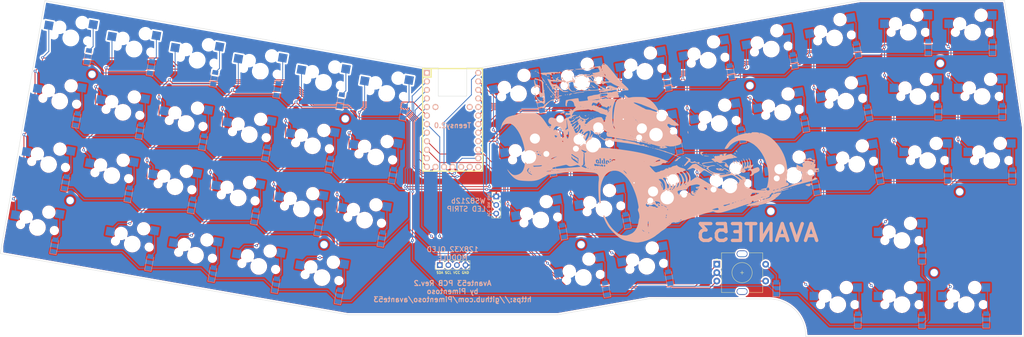
<source format=kicad_pcb>
(kicad_pcb (version 20211014) (generator pcbnew)
  (layers (0 "F.Cu" signal) (31 "B.Cu" signal) (34 "B.Paste" user) (35 "F.Paste" user) (36 "B.SilkS" user "B.Silkscreen") (37 "F.SilkS" user "F.Silkscreen") (38 "B.Mask" user) (39 "F.Mask" user) (44 "Edge.Cuts" user))
  (net 0 "")
  (net 1 "ROW0")
  (net 2 "Net-(D1-Pad2)")
  (net 3 "Net-(D2-Pad2)")
  (net 4 "Net-(D3-Pad2)")
  (net 5 "Net-(D4-Pad2)")
  (net 6 "Net-(D5-Pad2)")
  (net 7 "Net-(D6-Pad2)")
  (net 8 "Net-(D7-Pad2)")
  (net 9 "Net-(D8-Pad2)")
  (net 10 "Net-(D9-Pad2)")
  (net 11 "Net-(D10-Pad2)")
  (net 12 "Net-(D11-Pad2)")
  (net 13 "Net-(D12-Pad2)")
  (net 14 "Net-(D13-Pad2)")
  (net 15 "Net-(D14-Pad2)")
  (net 16 "ROW1")
  (net 17 "Net-(D15-Pad2)")
  (net 18 "Net-(D16-Pad2)")
  (net 19 "Net-(D17-Pad2)")
  (net 20 "Net-(D18-Pad2)")
  (net 21 "Net-(D19-Pad2)")
  (net 22 "Net-(D20-Pad2)")
  (net 23 "Net-(D21-Pad2)")
  (net 24 "Net-(D22-Pad2)")
  (net 25 "Net-(D23-Pad2)")
  (net 26 "Net-(D24-Pad2)")
  (net 27 "Net-(D25-Pad2)")
  (net 28 "Net-(D26-Pad2)")
  (net 29 "Net-(D27-Pad2)")
  (net 30 "Net-(D28-Pad2)")
  (net 31 "ROW2")
  (net 32 "Net-(D29-Pad2)")
  (net 33 "Net-(D30-Pad2)")
  (net 34 "Net-(D31-Pad2)")
  (net 35 "Net-(D32-Pad2)")
  (net 36 "Net-(D33-Pad2)")
  (net 37 "Net-(D34-Pad2)")
  (net 38 "Net-(D35-Pad2)")
  (net 39 "Net-(D36-Pad2)")
  (net 40 "Net-(D37-Pad2)")
  (net 41 "Net-(D38-Pad2)")
  (net 42 "Net-(D39-Pad2)")
  (net 43 "Net-(D40-Pad2)")
  (net 44 "Net-(D41-Pad2)")
  (net 45 "Net-(D42-Pad2)")
  (net 46 "ROW3")
  (net 47 "Net-(D43-Pad2)")
  (net 48 "Net-(D44-Pad2)")
  (net 49 "Net-(D45-Pad2)")
  (net 50 "Net-(D46-Pad2)")
  (net 51 "Net-(D47-Pad2)")
  (net 52 "Net-(D48-Pad2)")
  (net 53 "Net-(D49-Pad2)")
  (net 54 "Net-(D50-Pad2)")
  (net 55 "Net-(D51-Pad2)")
  (net 56 "Net-(D52-Pad2)")
  (net 57 "Net-(D53-Pad2)")
  (net 58 "Net-(D54-Pad2)")
  (net 59 "VCC")
  (net 60 "GND")
  (net 61 "COL0")
  (net 62 "COL1")
  (net 63 "COL2")
  (net 64 "COL3")
  (net 65 "COL4")
  (net 66 "COL5")
  (net 67 "COL6")
  (net 68 "COL7")
  (net 69 "COL8")
  (net 70 "COL9")
  (net 71 "COL10")
  (net 72 "COL11")
  (net 73 "COL12")
  (net 74 "COL13")
  (net 75 "ROTA")
  (net 76 "ROTB")
  (net 82 "SDA")
  (net 83 "SCL")
  (net 84 "DIN")
  (footprint "MX_Only:MXOnly-1U-Hotswap" (layer "F.Cu") (at 310.70296 69.78904 10)
    (fp_text reference "MX40")
    (fp_text value "MX-NoLED")
  )
  (footprint "MX_Only:MXOnly-1U-Hotswap" (layer "F.Cu") (at 350.7232 68.6816)
    (fp_text reference "MX42")
    (fp_text value "MX-NoLED")
  )
  (footprint "MX_Only:MXOnly-1U-Hotswap" (layer "F.Cu") (at 343.154 111.506)
    (fp_text reference "MX53")
    (fp_text value "MX-NoLED")
  )
  (footprint "MX_Only:MXOnly-1U-Hotswap" (layer "F.Cu") (at 92.92336 54.36616 -10)
    (fp_text reference "MX16")
    (fp_text value "MX-NoLED")
  )
  (footprint "MountingHole:MountingHole_2.2mm_M2_Pad_TopOnly" (layer "F.Cu") (at 77.2668 80.5688)
    (fp_text reference "H2" hide)
    (fp_text value "Hole")
  )
  (footprint "MountingHole:MountingHole_2.2mm_M2_Pad_TopOnly" (layer "F.Cu") (at 278.9936 46.4312)
    (fp_text reference "H7" hide)
    (fp_text value "Hole")
  )
  (footprint "MX_Only:MXOnly-1U-Hotswap" (layer "F.Cu") (at 127.13208 79.78648 -10)
    (fp_text reference "MX32")
    (fp_text value "MX-NoLED")
  )
  (footprint "MX_Only:MXOnly-1U-Hotswap" (layer "F.Cu") (at 325.9836 30.5816)
    (fp_text reference "MX13")
    (fp_text value "MX-NoLED")
  )
  (footprint "MX_Only:MXOnly-1U-Hotswap" (layer "F.Cu") (at 74.168 51.054 -10)
    (fp_text reference "MX15")
    (fp_text value "MX-NoLED")
  )
  (footprint "MX_Only:MXOnly-1U-Hotswap" (layer "F.Cu") (at 111.67872 57.67832 -10)
    (fp_text reference "MX17")
    (fp_text value "MX-NoLED")
  )
  (footprint "MX_Only:MXOnly-1U-Hotswap" (layer "F.Cu") (at 324.104 111.506)
    (fp_text reference "MX52")
    (fp_text value "MX-NoLED")
  )
  (footprint "MX_Only:MXOnly-1U-Hotswap" (layer "F.Cu") (at 213.57336 67.60464 10)
    (fp_text reference "MX21")
    (fp_text value "MX-NoLED")
  )
  (footprint "MX_Only:MXOnly-1U-Hotswap" (layer "F.Cu") (at 77.47 32.258 -10)
    (fp_text reference "MX1")
    (fp_text value "MX-NoLED")
  )
  (footprint "MX_Only:MXOnly-1U-Hotswap" (layer "F.Cu") (at 151.993599 103.479599 -10)
    (fp_text reference "MX47")
    (fp_text value "MX-NoLED")
  )
  (footprint "MX_Only:MXOnly-1U-Hotswap" (layer "F.Cu") (at 347.8784 49.6316)
    (fp_text reference "MX28")
    (fp_text value "MX-NoLED")
  )
  (footprint "MX_Only:MXOnly-1U-Hotswap" (layer "F.Cu") (at 229.07752 45.49648 10)
    (fp_text reference "MX8")
    (fp_text value "MX-NoLED")
  )
  (footprint "MX_Only:MXOnly-1U-Hotswap" (layer "F.Cu") (at 167.9448 67.6148 -10)
    (fp_text reference "MX20")
    (fp_text value "MX-NoLED")
  )
  (footprint "MX_Only:MXOnly-1U-Hotswap" (layer "F.Cu") (at 305.054 111.506)
    (fp_text reference "MX51")
    (fp_text value "MX-NoLED")
  )
  (footprint "Keebio-Parts:Teensy_2.0" (layer "F.Cu") (at 190.754 56.5912 -90)
    (fp_text reference "U1" hide)
    (fp_text value "Teensy2.0_(Arduino)" hide)
  )
  (footprint "MX_Only:MXOnly-1U-Hotswap" (layer "F.Cu") (at 152.4508 45.466 -10)
    (fp_text reference "MX5")
    (fp_text value "MX-NoLED")
  )
  (footprint "MX_Only:MXOnly-1U-Hotswap" (layer "F.Cu") (at 291.9476 73.1012 10)
    (fp_text reference "MX39")
    (fp_text value "MX-NoLED")
  )
  (footprint "MX_Only:MXOnly-1U-Hotswap" (layer "F.Cu") (at 331.724 68.6816)
    (fp_text reference "MX41")
    (fp_text value "MX-NoLED")
  )
  (footprint "MX_Only:MXOnly-1U-Hotswap" (layer "F.Cu") (at 70.866 69.85 -10)
    (fp_text reference "MX29")
    (fp_text value "MX-NoLED")
  )
  (footprint "MX_Only:MXOnly-1U-Hotswap" (layer "F.Cu") (at 345.0336 30.5816)
    (fp_text reference "MX14")
    (fp_text value "MX-NoLED")
  )
  (footprint "MX_Only:MXOnly-1U-Hotswap" (layer "F.Cu") (at 210.32216 48.80864 10)
    (fp_text reference "MX7")
    (fp_text value "MX-NoLED")
  )
  (footprint "MountingHole:MountingHole_2.2mm_M2_Pad_TopOnly" (layer "F.Cu") (at 158.9024 56.2864)
    (fp_text reference "H3" hide)
    (fp_text value "Hole")
  )
  (footprint "MX_Only:MXOnly-1U-Hotswap" (layer "F.Cu") (at 247.83288 42.18432 10)
    (fp_text reference "MX9")
    (fp_text value "MX-NoLED")
  )
  (footprint "MountingHole:MountingHole_2.2mm_M2_Pad_TopOnly" (layer "F.Cu") (at 228.9048 93.6752)
    (fp_text reference "H6" hide)
    (fp_text value "Hole")
  )
  (footprint "Connector_PinHeader_2.54mm:PinHeader_1x03_P2.54mm_Vertical" (layer "F.Cu") (at 203.708 79.3646)
    (fp_text reference "LED0" hide)
    (fp_text value "Conn_01x03_Female" hide)
  )
  (footprint "MountingHole:MountingHole_2.2mm_M2_Pad_TopOnly" (layer "F.Cu") (at 335.4832 39.8272)
    (fp_text reference "H9" hide)
    (fp_text value "Hole")
  )
  (footprint "MX_Only:MXOnly-1U-Hotswap" (layer "F.Cu") (at 285.3436 35.56 10)
    (fp_text reference "MX11")
    (fp_text value "MX-NoLED")
  )
  (footprint "MX_Only:MXOnly-1U-Hotswap" (layer "F.Cu") (at 216.92616 86.34984 10)
    (fp_text reference "MX35")
    (fp_text value "MX-NoLED")
  )
  (footprint "MX_Only:MXOnly-1U-Hotswap" (layer "F.Cu") (at 232.34904 64.29248 10)
    (fp_text reference "MX22")
    (fp_text value "MX-NoLED")
  )
  (footprint "MountingHole:MountingHole_2.2mm_M2_Pad_TopOnly" (layer "F.Cu") (at 285.1912 83.7692)
    (fp_text reference "H8" hide)
    (fp_text value "Hole")
  )
  (footprint "MX_Only:MXOnly-1U-Hotswap" (layer "F.Cu") (at 108.37672 76.47432 -10)
    (fp_text reference "MX31")
    (fp_text value "MX-NoLED")
  )
  (footprint "MX_Only:MXOnly-1U-Hotswap" (layer "F.Cu") (at 307.45176 51.04384 10)
    (fp_text reference "MX26")
    (fp_text value "MX-NoLED")
  )
  (footprint "MX_Only:MXOnly-1U-Hotswap" (layer "F.Cu") (at 304.09896 32.24784 10)
    (fp_text reference "MX12")
    (fp_text value "MX-NoLED")
  )
  (footprint "MX_Only:MXOnly-1U-Hotswap" (layer "F.Cu") (at 229.57536 103.41864 10)
    (fp_text reference "MX48")
    (fp_text value "MX-NoLED")
  )
  (footprint "MountingHole:MountingHole_2.2mm_M2_Pad_TopOnly" (layer "F.Cu") (at 152.6032 93.6752)
    (fp_text reference "H4" hide)
    (fp_text value "Hole")
  )
  (footprint "MX_Only:MXOnly-1U-Hotswap" (layer "F.Cu") (at 266.58824 38.87216 10)
    (fp_text reference "MX10")
    (fp_text value "MX-NoLED")
  )
  (footprint "MX_Only:MXOnly-1U-Hotswap" (layer "F.Cu") (at 251.12472 60.98032 10)
    (fp_text reference "MX23")
    (fp_text value "MX-NoLED")
  )
  (footprint "MX_Only:MXOnly-1U-Hotswap" (layer "F.Cu") (at 288.67608 54.356 10)
    (fp_text reference "MX25")
    (fp_text value "MX-NoLED")
  )
  (footprint "MX_Only:MXOnly-1U-Hotswap" (layer "F.Cu") (at 95.7072 93.5228 -10)
    (fp_text reference "MX44")
    (fp_text value "MX-NoLED")
  )
  (footprint "MountingHole:MountingHole_2.2mm_M2_Pad_TopOnly" (layer "F.Cu") (at 333.6544 102.0064)
    (fp_text reference "H11" hide)
    (fp_text value "Hole")
  )
  (footprint "MX_Only:MXOnly-1U-Hotswap" (layer "F.Cu") (at 324.104 92.456)
    (fp_text reference "MX50")
    (fp_text value "MX-NoLED")
  )
  (footprint "MX_Only:MXOnly-1U-Hotswap" (layer "F.Cu") (at 164.6428 86.4108 -10)
    (fp_text reference "MX34")
    (fp_text value "MX-NoLED")
  )
  (footprint "MX_Only:MXOnly-1U-Hotswap" (layer "F.Cu") (at 133.231466 100.160666 -10)
    (fp_text reference "MX46")
    (fp_text value "MX-NoLED")
  )
  (footprint "MX_Only:MXOnly-1U-Hotswap" (layer "F.Cu") (at 96.2152 35.56 -10)
    (fp_text reference "MX2")
    (fp_text value "MX-NoLED")
  )
  (footprint "Connector_PinHeader_2.54mm:PinHeader_1x04_P2.54mm_Vertical" (layer "F.Cu") (at 186.954 99.7712 90)
    (fp_text reference "OLED0" hide)
    (fp_text value "Conn_01x04_Female" hide)
  )
  (footprint "MountingHole:MountingHole_2.2mm_M2_Pad_TopOnly" (layer "F.Cu") (at 341.2236 77.978)
    (fp_text reference "H10" hide)
    (fp_text value "Hole")
  )
  (footprint "MX_Only:MXOnly-1U-Hotswap" (layer "F.Cu") (at 171.196 48.768 -10)
    (fp_text reference "MX6")
    (fp_text value "MX-NoLED")
  )
  (footprint "MX_Only:MXOnly-1U-Hotswap" (layer "F.Cu") (at 254.43688 79.72552 10)
    (fp_text reference "MX37")
    (fp_text value "MX-NoLED")
  )
  (footprint "MX_Only:MXOnly-1U-Hotswap" (layer "F.Cu") (at 235.68152 83.03768 10)
    (fp_text reference "MX36")
    (fp_text value "MX-NoLED")
  )
  (footprint "MX_Only:MXOnly-1U-Hotswap" (layer "F.Cu") (at 149.18944 64.30264 -10)
    (fp_text reference "MX19")
    (fp_text value "MX-NoLED")
  )
  (footprint "MX_Only:MXOnly-1U-Hotswap" (layer "F.Cu") (at 133.7056 42.164 -10)
    (fp_text reference "MX4")
    (fp_text value "MX-NoLED")
  )
  (footprint "MX_Only:MXOnly-1U-Hotswap" (layer "F.Cu") (at 273.19224 76.41336 10)
    (fp_text reference "MX38")
    (fp_text value "MX-NoLED")
  )
  (footprint "MX_Only:MXOnly-1U-Hotswap" (layer "F.Cu") (at 269.9004 57.66816 10)
    (fp_text reference "MX24")
    (fp_text value "MX-NoLED")
  )
  (footprint "MX_Only:MXOnly-1U-Hotswap" (layer "F.Cu") (at 114.9604 38.862 -10)
    (fp_text reference "MX3")
    (fp_text value "MX-NoLED")
  )
  (footprint "MX_Only:MXOnly-1U-Hotswap" (layer "F.Cu") (at 67.564 88.5952 -10)
    (fp_text reference "MX43")
    (fp_text value "MX-NoLED")
  )
  (footprint "Keebio-Parts:RotaryEncoder_EC11" (layer "F.Cu") (at 276.6568 102.0064)
    (fp_text reference "SW1")
    (fp_text value "RotaryEncoder_Switch")
  )
  (footprint "MX_Only:MXOnly-1U-Hotswap" (layer "F.Cu") (at 114.469333 96.841733 -10)
    (fp_text reference "MX45")
    (fp_text value "MX-NoLED")
  )
  (footprint "MountingHole:MountingHole_2.2mm_M2_Pad_TopOnly" (layer "F.Cu") (at 83.7692 43.0784)
    (fp_text reference "H1" hide)
    (fp_text value "Hole")
  )
  (footprint "MX_Only:MXOnly-1U-Hotswap" (layer "F.Cu") (at 328.8284 49.657)
    (fp_text reference "MX27")
    (fp_text value "MX-NoLED")
  )
  (footprint "MX_Only:MXOnly-1U-Hotswap" (layer "F.Cu") (at 89.62136 73.16216 -10)
    (fp_text reference "MX30")
    (fp_text value "MX-NoLED")
  )
  (footprint "MX_Only:MXOnly-1U-Hotswap" (layer "F.Cu") (at 145.88744 83.09864 -10)
    (fp_text reference "MX33")
    (fp_text value "MX-NoLED")
  )
  (footprint "MountingHole:MountingHole_2.2mm_M2_Pad_TopOnly" (layer "F.Cu") (at 222.6564 56.3372)
    (fp_text reference "H5" hide)
    (fp_text value "Hole")
  )
  (footprint "MX_Only:MXOnly-1U-Hotswap" (layer "F.Cu") (at 248.37136 100.11664 10)
    (fp_text reference "MX49")
    (fp_text value "MX-NoLED")
  )
  (footprint "MX_Only:MXOnly-1U-Hotswap" (layer "F.Cu") (at 130.43408 60.99048 -10)
    (fp_text reference "MX18")
    (fp_text value "MX-NoLED")
  )
  (footprint "Diode_SMD:D_MiniMELF" (layer "B.Cu") (at 216.9668 52.1208 100)
    (fp_text reference "D7" hide)
    (fp_text value "D_Small")
  )
  (footprint "Diode_SMD:D_MiniMELF" (layer "B.Cu") (at 79.1972 56.4388 80)
    (fp_text reference "D15" hide)
    (fp_text value "D_Small")
  )
  (footprint "Diode_SMD:D_MiniMELF" (layer "B.Cu") (at 120.0404 44.2468 80)
    (fp_text reference "D3" hide)
    (fp_text value "D_Small")
  )
  (footprint "Diode_SMD:D_MiniMELF" (layer "B.Cu") (at 356.8192 73.152 90)
    (fp_text reference "D42" hide)
    (fp_text value "D_Small")
  )
  (footprint "Diode_SMD:D_MiniMELF" (layer "B.Cu") (at 97.9932 59.7408 80)
    (fp_text reference "D16" hide)
    (fp_text value "D_Small")
  )
  (footprint "Diode_SMD:D_MiniMELF" (layer "B.Cu") (at 257.8608 64.3128 100)
    (fp_text reference "D23" hide)
    (fp_text value "D_Small")
  )
  (footprint "Diode_SMD:D_MiniMELF" (layer "B.Cu") (at 119.5324 102.2604 80)
    (fp_text reference "D45" hide)
    (fp_text value "D_Small")
  )
  (footprint "Diode_SMD:D_MiniMELF" (layer "B.Cu") (at 279.8572 79.8068 100)
    (fp_text reference "D38" hide)
    (fp_text value "D_Small")
  )
  (footprint "Diode_SMD:D_MiniMELF" (layer "B.Cu") (at 298.6024 76.454 100)
    (fp_text reference "D39" hide)
    (fp_text value "D_Small")
  )
  (footprint "Diode_SMD:D_MiniMELF" (layer "B.Cu") (at 276.606 61.0108 100)
    (fp_text reference "D24" hide)
    (fp_text value "D_Small")
  )
  (footprint "Diode_SMD:D_MiniMELF" (layer "B.Cu") (at 223.5708 89.662 100)
    (fp_text reference "D35" hide)
    (fp_text value "D_Small")
  )
  (footprint "Diode_SMD:D_MiniMELF" (layer "B.Cu") (at 314.0964 54.4068 100)
    (fp_text reference "D26" hide)
    (fp_text value "D_Small")
  )
  (footprint "Diode_SMD:D_MiniMELF" (layer "B.Cu") (at 350.9772 35.0012 90)
    (fp_text reference "D14" hide)
    (fp_text value "D_Small")
  )
  (footprint "Diode_SMD:D_MiniMELF" (layer "B.Cu") (at 331.9272 35.0012 90)
    (fp_text reference "D13" hide)
    (fp_text value "D_Small")
  )
  (footprint "Diode_SMD:D_MiniMELF" (layer "B.Cu") (at 334.8736 54.102 90)
    (fp_text reference "D27" hide)
    (fp_text value "D_Small")
  )
  (footprint "Diode_SMD:D_MiniMELF" (layer "B.Cu") (at 82.55 37.7444 80)
    (fp_text reference "D1" hide)
    (fp_text value "D_Small")
  )
  (footprint "Diode_SMD:D_MiniMELF" (layer "B.Cu") (at 330.0984 96.9264 90)
    (fp_text reference "D50" hide)
    (fp_text value "D_Small")
  )
  (footprint "Diode_SMD:D_MiniMELF" (layer "B.Cu") (at 295.3512 57.7088 100)
    (fp_text reference "D25" hide)
    (fp_text value "D_Small")
  )
  (footprint "Diode_SMD:D_MiniMELF" (layer "B.Cu") (at 75.8952 75.2348 80)
    (fp_text reference "D29" hide)
    (fp_text value "D_Small")
  )
  (footprint "Diode_SMD:D_MiniMELF" (layer "B.Cu") (at 138.7856 47.5488 80)
    (fp_text reference "D4" hide)
    (fp_text value "D_Small")
  )
  (footprint "Diode_SMD:D_MiniMELF" (layer "B.Cu") (at 330.0476 116.0272 90)
    (fp_text reference "D52" hide)
    (fp_text value "D_Small")
  )
  (footprint "Diode_SMD:D_MiniMELF" (layer "B.Cu") (at 157.0228 108.8644 80)
    (fp_text reference "D47" hide)
    (fp_text value "D_Small")
  )
  (footprint "Diode_SMD:D_MiniMELF" (layer "B.Cu") (at 235.712 48.8696 100)
    (fp_text reference "D8" hide)
    (fp_text value "D_Small")
  )
  (footprint "Diode_SMD:D_MiniMELF" (layer "B.Cu") (at 273.2532 42.2148 100)
    (fp_text reference "D10" hide)
    (fp_text value "D_Small")
  )
  (footprint "Diode_SMD:D_MiniMELF" (layer "B.Cu") (at 113.4364 81.8388 80)
    (fp_text reference "D31" hide)
    (fp_text value "D_Small")
  )
  (footprint "Diode_SMD:D_MiniMELF" (layer "B.Cu") (at 135.4836 66.3448 80)
    (fp_text reference "D18" hide)
    (fp_text value "D_Small")
  )
  (footprint "Diode_SMD:D_MiniMELF" (layer "B.Cu") (at 286.8168 106.6292 90)
    (fp_text reference "D54" hide)
    (fp_text value "D_Small")
  )
  (footprint "Diode_SMD:D_MiniMELF" (layer "B.Cu") (at 261.112 83.1088 100)
    (fp_text reference "D37" hide)
    (fp_text value "D_Small")
  )
  (footprint "Diode_SMD:D_MiniMELF" (layer "B.Cu") (at 173.0248 72.9996 80)
    (fp_text reference "D20" hide)
    (fp_text value "D_Small")
  )
  (footprint "Diode_SMD:D_MiniMELF" (layer "B.Cu") (at 157.5816 50.8508 80)
    (fp_text reference "D5" hide)
    (fp_text value "D_Small")
  )
  (footprint "Diode_SMD:D_MiniMELF" (layer "B.Cu") (at 242.3668 86.4108 100)
    (fp_text reference "D36" hide)
    (fp_text value "D_Small")
  )
  (footprint "Diode_SMD:D_MiniMELF" (layer "B.Cu") (at 132.1816 85.1916 80)
    (fp_text reference "D32" hide)
    (fp_text value "D_Small")
  )
  (footprint "Diode_SMD:D_MiniMELF" (layer "B.Cu") (at 317.3984 73.152 100)
    (fp_text reference "D40" hide)
    (fp_text value "D_Small")
  )
  (footprint "Diode_SMD:D_MiniMELF" (layer "B.Cu") (at 254.508 45.5168 100)
    (fp_text reference "D9" hide)
    (fp_text value "D_Small")
  )
  (footprint "Diode_SMD:D_MiniMELF" (layer "B.Cu") (at 154.2796 69.6976 80)
    (fp_text reference "D19" hide)
    (fp_text value "D_Small")
  )
  (footprint "Diode_SMD:D_MiniMELF" (layer "B.Cu") (at 337.7184 73.1012 90)
    (fp_text reference "D41" hide)
    (fp_text value "D_Small")
  )
  (footprint "Diode_SMD:D_MiniMELF" (layer "B.Cu") (at 169.7228 91.7956 80)
    (fp_text reference "D34" hide)
    (fp_text value "D_Small")
  )
  (footprint "Diode_SMD:D_MiniMELF" (layer "B.Cu") (at 220.3196 70.9168 100)
    (fp_text reference "D21" hide)
    (fp_text value "D_Small")
  )
  (footprint "Diode_SMD:D_MiniMELF" (layer "B.Cu") (at 101.2444 40.9448 80)
    (fp_text reference "D2" hide)
    (fp_text value "D_Small")
  )
  (footprint "Diode_SMD:D_MiniMELF" (layer "B.Cu") (at 255.016 103.4796 100)
    (fp_text reference "D49" hide)
    (fp_text value "D_Small")
  )
  (footprint "Diode_SMD:D_MiniMELF" (layer "B.Cu") (at 236.2708 106.8324 100)
    (fp_text reference "D48" hide)
    (fp_text value "D_Small")
  )
  (footprint "Diode_SMD:D_MiniMELF" (layer "B.Cu") (at 239.1156 67.6148 100)
    (fp_text reference "D22" hide)
    (fp_text value "D_Small")
  )
  (footprint "Diode_SMD:D_MiniMELF" (layer "B.Cu") (at 72.5932 93.98 80)
    (fp_text reference "D43" hide)
    (fp_text value "D_Small")
  )
  (footprint "Diode_SMD:D_MiniMELF" (layer "B.Cu") (at 116.7384 63.0428 80)
    (fp_text reference "D17" hide)
    (fp_text value "D_Small")
  )
  (footprint "Diode_SMD:D_MiniMELF" (layer "B.Cu") (at 150.9776 88.5444 80)
    (fp_text reference "D33" hide)
    (fp_text value "D_Small")
  )
  (footprint "Diode_SMD:D_MiniMELF" (layer "B.Cu") (at 310.7944 35.6108 100)
    (fp_text reference "D12" hide)
    (fp_text value "D_Small")
  )
  (footprint "Diode_SMD:D_MiniMELF" (layer "B.Cu") (at 353.8728 54.0512 90)
    (fp_text reference "D28" hide)
    (fp_text value "D_Small")
  )
  (footprint "Diode_SMD:D_MiniMELF" (layer "B.Cu") (at 176.276 54.2036 80)
    (fp_text reference "D6" hide)
    (fp_text value "D_Small")
  )
  (footprint "LOGO" (layer "B.Cu") (at 253.113894 66.353233 180)
    (fp_text reference "G***" hide)
    (fp_text value "LOGO" hide)
  )
  (footprint "Diode_SMD:D_MiniMELF" (layer "B.Cu") (at 310.9976 115.9764 90)
    (fp_text reference "D51" hide)
    (fp_text value "D_Small")
  )
  (footprint "Diode_SMD:D_MiniMELF" (layer "B.Cu") (at 349.0976 115.9256 90)
    (fp_text reference "D53" hide)
    (fp_text value "D_Small")
  )
  (footprint "Diode_SMD:D_MiniMELF" (layer "B.Cu") (at 94.6404 78.5368 80)
    (fp_text reference "D30" hide)
    (fp_text value "D_Small")
  )
  (footprint "Diode_SMD:D_MiniMELF" (layer "B.Cu") (at 100.7872 98.9584 80)
    (fp_text reference "D44" hide)
    (fp_text value "D_Small")
  )
  (footprint "Diode_SMD:D_MiniMELF" (layer "B.Cu") (at 138.2776 105.5624 80)
    (fp_text reference "D46" hide)
    (fp_text value "D_Small")
  )
  (footprint "Diode_SMD:D_MiniMELF" (layer "B.Cu") (at 291.9984 38.9128 100)
    (fp_text reference "D11" hide)
    (fp_text value "D_Small")
  )
  (gr_line (start 186.5376 41.148) (end 186.5376 49.5808) (layer "Edge.Cuts") (width 0.1))
  (gr_line (start 194.9704 49.5808) (end 194.9704 41.148) (layer "Edge.Cuts") (width 0.1))
  (gr_line (start 182.626 41.148) (end 186.5376 41.148) (layer "Edge.Cuts") (width 0.1))
  (gr_line (start 360.2228 121.0056) (end 360.2228 59.1312) (layer "Edge.Cuts") (width 0.1))
  (gr_line (start 249.0724 109.728) (end 284.6324 109.7788) (layer "Edge.Cuts") (width 0.1))
  (gr_line (start 159.7152 114.5032) (end 221.8944 114.5032) (layer "Edge.Cuts") (width 0.1))
  (gr_line (start 360.2228 59.1312) (end 354.5332 21.1328) (layer "Edge.Cuts") (width 0.1))
  (gr_line (start 354.5332 21.1328) (end 311.7088 21.1328) (layer "Edge.Cuts") (width 0.1))
  (gr_line (start 56.5404 96.3168) (end 159.7152 114.5032) (layer "Edge.Cuts") (width 0.1))
  (gr_arc (start 284.6324 109.7788) (mid 292.432581 113.116526) (end 295.5544 121.0056) (layer "Edge.Cuts") (width 0.1))
  (gr_line (start 69.7484 21.1836) (end 56.5404 96.3168) (layer "Edge.Cuts") (width 0.1))
  (gr_line (start 295.5544 121.0056) (end 352.7044 121.0056) (layer "Edge.Cuts") (width 0.1))
  (gr_line (start 311.7088 21.1328) (end 198.6788 41.148) (layer "Edge.Cuts") (width 0.1))
  (gr_line (start 221.8944 114.5032) (end 249.0724 109.728) (layer "Edge.Cuts") (width 0.1))
  (gr_line (start 182.626 41.148) (end 69.7484 21.1836) (layer "Edge.Cuts") (width 0.1))
  (gr_line (start 194.9704 41.148) (end 198.6788 41.148) (layer "Edge.Cuts") (width 0.1))
  (gr_line (start 186.5376 49.5808) (end 194.9704 49.5808) (layer "Edge.Cuts") (width 0.1))
  (gr_line (start 352.7044 121.0056) (end 360.2228 121.0056) (layer "Edge.Cuts") (width 0.1))
  (gr_text "Teensy2.0" (at 190.754 58.2676) (layer "B.SilkS") (effects (font (size 1.5 1.5) (thickness 0.3)) (justify mirror)))
  (gr_text "AVANTE53" (at 281.305 90.17) (layer "B.SilkS") (effects (font (size 5 5) (thickness 1)) (justify mirror)))
  (gr_text "VCC DIN GND" (at 201.4728 81.8388 270) (layer "B.SilkS") (effects (font (size 0.7 0.7)) (justify mirror)))
  (gr_text "128X32 OLED\nMODULE" (at 190.754 96.3168) (layer "B.SilkS") (effects (font (size 1.5 1.5) (thickness 0.25)) (justify mirror)))
  (gr_text "Avante53 PCB Rev.2\nby Pimentoso\nhttps://github.com/Pimentoso/avante53" (at 190.754 107.569) (layer "B.SilkS") (effects (font (size 1.5 1.5) (thickness 0.3)) (justify mirror)))
  (gr_text "WS8212b \nLED STRIP" (at 200.7108 81.8896) (layer "B.SilkS") (effects (font (size 1.5 1.5) (thickness 0.25)) (justify left mirror)))
  (gr_text "SDA SCL VCC GND" (at 190.8048 102.0064) (layer "F.SilkS") (effects (font (size 0.7 0.7))))
  (segment (start 201.671786 76.443326) (end 201.653987 76.425527) (width 0.25) (layer "F.Cu") (net 1))
  (segment (start 201.653987 76.425527) (end 176.6945 76.425527) (width 0.25) (layer "F.Cu") (net 1))
  (via (at 176.6945 76.425527) (size 0.8) (drill 0.4) (layers "F.Cu" "B.Cu") (net 1))
  (via (at 201.671786 76.443326) (size 0.8) (drill 0.4) (layers "F.Cu" "B.Cu") (net 1))
  (segment (start 311.098284 37.334214) (end 331.344186 37.334214) (width 0.25) (layer "B.Cu") (net 1))
  (segment (start 251.459084 50.593014) (end 254.811884 47.240214) (width 0.25) (layer "B.Cu") (net 1))
  (segment (start 159.660614 52.574214) (end 163.013414 55.927014) (width 0.25) (layer "B.Cu") (net 1))
  (segment (start 331.344186 37.334214) (end 331.9272 36.7512) (width 0.25) (layer "B.Cu") (net 1))
  (segment (start 289.402898 43.5356) (end 292.302284 40.636214) (width 0.25) (layer "B.Cu") (net 1))
  (segment (start 273.557084 43.938214) (end 273.959698 43.5356) (width 0.25) (layer "B.Cu") (net 1))
  (segment (start 119.736516 45.970214) (end 123.038516 49.272214) (width 0.25) (layer "B.Cu") (net 1))
  (segment (start 176.838586 55.927014) (end 178.7652 54.0004) (width 0.25) (layer "B.Cu") (net 1))
  (segment (start 141.783716 52.574214) (end 157.277716 52.574214) (width 0.25) (layer "B.Cu") (net 1))
  (segment (start 176.6945 71.208104) (end 176.6945 76.425527) (width 0.25) (layer "B.Cu") (net 1))
  (segment (start 270.255084 47.240214) (end 273.557084 43.938214) (width 0.25) (layer "B.Cu") (net 1))
  (segment (start 175.972116 55.927014) (end 176.838586 55.927014) (width 0.25) (layer "B.Cu") (net 1))
  (segment (start 84.070214 39.467814) (end 87.270614 42.668214) (width 0.25) (layer "B.Cu") (net 1))
  (segment (start 201.671786 76.443326) (end 201.676 76.439112) (width 0.25) (layer "B.Cu") (net 1))
  (segment (start 138.481716 49.272214) (end 141.783716 52.574214) (width 0.25) (layer "B.Cu") (net 1))
  (segment (start 236.015884 50.593014) (end 251.459084 50.593014) (width 0.25) (layer "B.Cu") (net 1))
  (segment (start 217.270684 53.844214) (end 217.673298 53.4416) (width 0.25) (layer "B.Cu") (net 1))
  (segment (start 217.673298 53.4416) (end 233.167298 53.4416) (width 0.25) (layer "B.Cu") (net 1))
  (segment (start 100.940516 42.668214) (end 104.242516 45.970214) (width 0.25) (layer "B.Cu") (net 1))
  (segment (start 331.9272 36.7512) (end 350.9772 36.7512) (width 0.25) (layer "B.Cu") (net 1))
  (segment (start 178.7652 49.53) (end 183.134 45.1612) (width 0.25) (layer "B.Cu") (net 1))
  (segment (start 177.2556 57.2406) (end 177.2556 70.647004) (width 0.25) (layer "B.Cu") (net 1))
  (segment (start 157.277716 52.574214) (end 159.660614 52.574214) (width 0.25) (layer "B.Cu") (net 1))
  (segment (start 82.246116 39.467814) (end 84.070214 39.467814) (width 0.25) (layer "B.Cu") (net 1))
  (segment (start 211.469539 53.844214) (end 217.270684 53.844214) (width 0.25) (layer "B.Cu") (net 1))
  (segment (start 307.796284 40.636214) (end 311.098284 37.334214) (width 0.25) (layer "B.Cu") (net 1))
  (segment (start 254.811884 47.240214) (end 270.255084 47.240214) (width 0.25) (layer "B.Cu") (net 1))
  (segment (start 233.167298 53.4416) (end 236.015884 50.593014) (width 0.25) (layer "B.Cu") (net 1))
  (segment (start 123.038516 49.272214) (end 138.481716 49.272214) (width 0.25) (layer "B.Cu") (net 1))
  (segment (start 273.959698 43.5356) (end 289.402898 43.5356) (width 0.25) (layer "B.Cu") (net 1))
  (segment (start 87.270614 42.668214) (end 100.940516 42.668214) (width 0.25) (layer "B.Cu") (net 1))
  (segment (start 175.972116 55.957116) (end 177.2556 57.2406) (width 0.25) (layer "B.Cu") (net 1))
  (segment (start 104.242516 45.970214) (end 119.736516 45.970214) (width 0.25) (layer "B.Cu") (net 1))
  (segment (start 177.2556 70.647004) (end 176.6945 71.208104) (width 0.25) (layer "B.Cu") (net 1))
  (segment (start 292.302284 40.636214) (end 307.796284 40.636214) (width 0.25) (layer "B.Cu") (net 1))
  (segment (start 201.676 63.637753) (end 211.469539 53.844214) (width 0.25) (layer "B.Cu") (net 1))
  (segment (start 163.013414 55.927014) (end 175.972116 55.927014) (width 0.25) (layer "B.Cu") (net 1))
  (segment (start 175.972116 55.927014) (end 175.972116 55.957116) (width 0.25) (layer "B.Cu") (net 1))
  (segment (start 201.676 76.439112) (end 201.676 63.637753) (width 0.25) (layer "B.Cu") (net 1))
  (segment (start 178.7652 54.0004) (end 178.7652 49.53) (width 0.25) (layer "B.Cu") (net 1))
  (segment (start 84.10538 34.76949) (end 82.853884 36.020986) (width 0.25) (layer "B.Cu") (net 2))
  (segment (start 84.10538 28.269629) (end 84.10538 34.76949) (width 0.25) (layer "B.Cu") (net 2))
  (segment (start 102.85058 37.91909) (end 101.548284 39.221386) (width 0.25) (layer "B.Cu") (net 3))
  (segment (start 102.85058 31.571629) (end 102.85058 37.91909) (width 0.25) (layer "B.Cu") (net 3))
  (segment (start 121.59578 34.873629) (end 121.59578 41.27189) (width 0.25) (layer "B.Cu") (net 4))
  (segment (start 121.59578 41.27189) (end 120.344284 42.523386) (width 0.25) (layer "B.Cu") (net 4))
  (segment (start 140.34098 44.57389) (end 139.089484 45.825386) (width 0.25) (layer "B.Cu") (net 5))
  (segment (start 140.34098 38.175629) (end 140.34098 44.57389) (width 0.25) (layer "B.Cu") (net 5))
  (segment (start 159.08618 41.477629) (end 159.08618 47.92669) (width 0.25) (layer "B.Cu") (net 6))
  (segment (start 159.08618 47.92669) (end 157.885484 49.127386) (width 0.25) (layer "B.Cu") (net 6))
  (segment (start 177.83138 44.779629) (end 177.83138 51.22869) (width 0.25) (layer "B.Cu") (net 7))
  (segment (start 177.83138 51.22869) (end 176.579884 52.480186) (width 0.25) (layer "B.Cu") (net 7))
  (segment (start 215.193274 42.791364) (end 216.662916 44.261006) (width 0.25) (layer "B.Cu") (net 8))
  (segment (start 216.662916 44.261006) (end 216.662916 50.397386) (width 0.25) (layer "B.Cu") (net 8))
  (segment (start 235.408116 40.938686) (end 235.408116 47.146186) (width 0.25) (layer "B.Cu") (net 9))
  (segment (start 233.948634 39.479204) (end 235.408116 40.938686) (width 0.25) (layer "B.Cu") (net 9))
  (segment (start 252.703994 36.167044) (end 254.204116 37.667166) (width 0.25) (layer "B.Cu") (net 10))
  (segment (start 254.204116 37.667166) (end 254.204116 43.793386) (width 0.25) (layer "B.Cu") (net 10))
  (segment (start 272.949316 34.344846) (end 272.949316 40.491386) (width 0.25) (layer "B.Cu") (net 11))
  (segment (start 271.459354 32.854884) (end 272.949316 34.344846) (width 0.25) (layer "B.Cu") (net 11))
  (segment (start 290.214714 29.542724) (end 291.694516 31.022526) (width 0.25) (layer "B.Cu") (net 12))
  (segment (start 291.694516 31.022526) (end 291.694516 37.189386) (width 0.25) (layer "B.Cu") (net 12))
  (segment (start 310.490516 27.751006) (end 310.490516 33.887386) (width 0.25) (layer "B.Cu") (net 13))
  (segment (start 308.970074 26.230564) (end 310.490516 27.751006) (width 0.25) (layer "B.Cu") (net 13))
  (segment (start 332.313601 25.989601) (end 332.313601 32.864799) (width 0.25) (layer "B.Cu") (net 14))
  (segment (start 331.8256 25.5016) (end 332.313601 25.989601) (width 0.25) (layer "B.Cu") (net 14))
  (segment (start 332.313601 32.864799) (end 331.9272 33.2512) (width 0.25) (layer "B.Cu") (net 14))
  (segment (start 350.8756 25.5016) (end 351.363601 25.989601) (width 0.25) (layer "B.Cu") (net 15))
  (segment (start 351.363601 32.864799) (end 350.9772 33.2512) (width 0.25) (layer "B.Cu") (net 15))
  (segment (start 351.363601 25.989601) (end 351.363601 32.864799) (width 0.25) (layer "B.Cu") (net 15))
  (segment (start 200.787 77.216) (end 200.855152 77.284152) (width 0.25) (layer "F.Cu") (net 16))
  (segment (start 177.4311 77.216) (end 200.787 77.216) (width 0.25) (layer "F.Cu") (net 16))
  (via (at 177.4311 77.216) (size 0.8) (drill 0.4) (layers "F.Cu" "B.Cu") (net 16))
  (via (at 200.855152 77.284152) (size 0.8) (drill 0.4) (layers "F.Cu" "B.Cu") (net 16))
  (segment (start 292.353084 62.734214) (end 295.655084 59.432214) (width 0.25) (layer "B.Cu") (net 16))
  (segment (start 135.179716 68.123716) (end 138.477014 71.421014) (width 0.25) (layer "B.Cu") (net 16))
  (segment (start 172.720916 74.930916) (end 172.720916 74.723014) (width 0.25) (layer "B.Cu") (net 16))
  (segment (start 177.7056 70.8334) (end 177.7056 56.936808) (width 0.25) (layer "B.Cu") (net 16))
  (segment (start 177.419 77.2039) (end 177.419 71.12) (width 0.25) (layer "B.Cu") (net 16))
  (segment (start 116.480614 64.766214) (end 119.782614 68.068214) (width 0.25) (layer "B.Cu") (net 16))
  (segment (start 81.174614 61.464214) (end 97.689316 61.464214) (width 0.25) (layer "B.Cu") (net 16))
  (segment (start 311.098284 59.432214) (end 314.400284 56.130214) (width 0.25) (layer "B.Cu") (net 16))
  (segment (start 177.7056 56.936808) (end 179.2152 55.427208) (width 0.25) (layer "B.Cu") (net 16))
  (segment (start 295.655084 59.432214) (end 311.098284 59.432214) (width 0.25) (layer "B.Cu") (net 16))
  (segment (start 157.222214 74.723014) (end 172.720916 74.723014) (width 0.25) (layer "B.Cu") (net 16))
  (segment (start 100.991316 64.766214) (end 116.434516 64.766214) (width 0.25) (layer "B.Cu") (net 16))
  (segment (start 353.8728 55.8012) (end 334.9244 55.8012) (width 0.25) (layer "B.Cu") (net 16))
  (segment (start 334.595386 56.130214) (end 334.8736 55.852) (width 0.25) (layer "B.Cu") (net 16))
  (segment (start 78.893316 58.162214) (end 78.893316 59.182916) (width 0.25) (layer "B.Cu") (net 16))
  (segment (start 334.9244 55.8012) (end 334.8736 55.852) (width 0.25) (layer "B.Cu") (net 16))
  (segment (start 177.419 71.12) (end 177.7056 70.8334) (width 0.25) (layer "B.Cu") (net 16))
  (segment (start 276.909884 62.734214) (end 292.353084 62.734214) (width 0.25) (layer "B.Cu") (net 16))
  (segment (start 206.924221 77.257221) (end 216.011179 77.257221) (width 0.25) (layer "B.Cu") (net 16))
  (segment (start 138.477014 71.421014) (end 153.975716 71.421014) (width 0.25) (layer "B.Cu") (net 16))
  (segment (start 153.975716 71.476516) (end 157.222214 74.723014) (width 0.25) (layer "B.Cu") (net 16))
  (segment (start 135.179716 68.068214) (end 135.179716 68.123716) (width 0.25) (layer "B.Cu") (net 16))
  (segment (start 314.400284 56.130214) (end 334.595386 56.130214) (width 0.25) (layer "B.Cu") (net 16))
  (segment (start 239.419484 69.338214) (end 254.862684 69.338214) (width 0.25) (layer "B.Cu") (net 16))
  (segment (start 153.975716 71.421014) (end 153.975716 71.476516) (width 0.25) (layer "B.Cu") (net 16))
  (segment (start 220.623484 72.640214) (end 236.117484 72.640214) (width 0.25) (layer "B.Cu") (net 16))
  (segment (start 206.89729 77.284152) (end 206.924221 77.257221) (width 0.25) (layer "B.Cu") (net 16))
  (segment (start 177.4311 77.216) (end 175.006 77.216) (width 0.25) (layer "B.Cu") (net 16))
  (segment (start 200.855152 77.284152) (end 206.89729 77.284152) (width 0.25) (layer "B.Cu") (net 16))
  (segment (start 216.011179 77.257221) (end 220.623484 72.644916) (width 0.25) (layer "B.Cu") (net 16))
  (segment (start 78.893316 59.182916) (end 81.174614 61.464214) (width 0.25) (layer "B.Cu") (net 16))
  (segment (start 254.862684 69.338214) (end 258.164684 66.036214) (width 0.25) (layer "B.Cu") (net 16))
  (segment (start 258.164684 66.036214) (end 273.607884 66.036214) (width 0.25) (layer "B.Cu") (net 16))
  (segment (start 220.623484 72.644916) (end 220.623484 72.640214) (width 0.25) (layer "B.Cu") (net 16))
  (segment (start 273.607884 66.036214) (end 276.909884 62.734214) (width 0.25) (layer "B.Cu") (net 16))
  (segment (start 175.006 77.216) (end 172.720916 74.930916) (width 0.25) (layer "B.Cu") (net 16))
  (segment (start 119.782614 68.068214) (end 135.179716 68.068214) (width 0.25) (layer "B.Cu") (net 16))
  (segment (start 97.689316 61.464214) (end 100.991316 64.766214) (width 0.25) (layer "B.Cu") (net 16))
  (segment (start 236.117484 72.640214) (end 239.419484 69.338214) (width 0.25) (layer "B.Cu") (net 16))
  (segment (start 179.2152 55.427208) (end 179.2152 51.62) (width 0.25) (layer "B.Cu") (net 16))
  (segment (start 116.434516 64.766214) (end 116.480614 64.766214) (width 0.25) (layer "B.Cu") (net 16))
  (segment (start 179.2152 51.62) (end 183.134 47.7012) (width 0.25) (layer "B.Cu") (net 16))
  (segment (start 177.4311 77.216) (end 177.419 77.2039) (width 0.25) (layer "B.Cu") (net 16))
  (segment (start 80.80338 53.41309) (end 79.501084 54.715386) (width 0.25) (layer "B.Cu") (net 17))
  (segment (start 80.80338 47.065629) (end 80.80338 53.41309) (width 0.25) (layer "B.Cu") (net 17))
  (segment (start 99.55874 56.75573) (end 98.297084 58.017386) (width 0.25) (layer "B.Cu") (net 18))
  (segment (start 99.55874 50.377789) (end 99.55874 56.75573) (width 0.25) (layer "B.Cu") (net 18))
  (segment (start 118.3141 60.04757) (end 117.042284 61.319386) (width 0.25) (layer "B.Cu") (net 19))
  (segment (start 118.3141 53.689949) (end 118.3141 60.04757) (width 0.25) (layer "B.Cu") (net 19))
  (segment (start 137.06946 57.002109) (end 137.06946 63.33941) (width 0.25) (layer "B.Cu") (net 20))
  (segment (start 137.06946 63.33941) (end 135.787484 64.621386) (width 0.25) (layer "B.Cu") (net 20))
  (segment (start 155.82482 66.73285) (end 154.583484 67.974186) (width 0.25) (layer "B.Cu") (net 21))
  (segment (start 155.82482 60.314269) (end 155.82482 66.73285) (width 0.25) (layer "B.Cu") (net 21))
  (segment (start 174.58018 70.02469) (end 173.328684 71.276186) (width 0.25) (layer "B.Cu") (net 22))
  (segment (start 174.58018 63.626429) (end 174.58018 70.02469) (width 0.25) (layer "B.Cu") (net 22))
  (segment (start 220.015716 63.158606) (end 220.015716 69.193386) (width 0.25) (layer "B.Cu") (net 23))
  (segment (start 218.444474 61.587364) (end 220.015716 63.158606) (width 0.25) (layer "B.Cu") (net 23))
  (segment (start 238.811716 59.866766) (end 238.811716 65.891386) (width 0.25) (layer "B.Cu") (net 24))
  (segment (start 237.220154 58.275204) (end 238.811716 59.866766) (width 0.25) (layer "B.Cu") (net 24))
  (segment (start 257.556916 56.524126) (end 257.556916 62.589386) (width 0.25) (layer "B.Cu") (net 25))
  (segment (start 255.995834 54.963044) (end 257.556916 56.524126) (width 0.25) (layer "B.Cu") (net 25))
  (segment (start 274.771514 51.650884) (end 276.302116 53.181486) (width 0.25) (layer "B.Cu") (net 26))
  (segment (start 276.302116 53.181486) (end 276.302116 59.287386) (width 0.25) (layer "B.Cu") (net 26))
  (segment (start 295.047316 49.838846) (end 295.047316 55.985386) (width 0.25) (layer "B.Cu") (net 27))
  (segment (start 293.547194 48.338724) (end 295.047316 49.838846) (width 0.25) (layer "B.Cu") (net 27))
  (segment (start 313.792516 46.496206) (end 313.792516 52.683386) (width 0.25) (layer "B.Cu") (net 28))
  (segment (start 312.322874 45.026564) (end 313.792516 46.496206) (width 0.25) (layer "B.Cu") (net 28))
  (segment (start 334.6704 44.577) (end 335.158401 45.065001) (width 0.25) (layer "B.Cu") (net 29))
  (segment (start 335.158401 45.065001) (end 335.158401 52.067199) (width 0.25) (layer "B.Cu") (net 29))
  (segment (start 335.158401 52.067199) (end 334.8736 52.352) (width 0.25) (layer "B.Cu") (net 29))
  (segment (start 354.208401 45.039601) (end 354.208401 51.965599) (width 0.25) (layer "B.Cu") (net 30))
  (segment (start 353.7204 44.5516) (end 354.208401 45.039601) (width 0.25) (layer "B.Cu") (net 30))
  (segment (start 354.208401 51.965599) (end 353.8728 52.3012) (width 0.25) (layer "B.Cu") (net 30))
  (segment (start 224.328098 90.932) (end 239.872898 90.932) (width 0.25) (layer "B.Cu") (net 31))
  (segment (start 261.415884 84.832214) (end 276.859084 84.832214) (width 0.25) (layer "B.Cu") (net 31))
  (segment (start 169.418916 93.519014) (end 156.792765 93.519014) (width 0.25) (layer "B.Cu") (net 31))
  (segment (start 223.874684 91.644116) (end 223.874684 91.385414) (width 0.25) (layer "B.Cu") (net 31))
  (segment (start 179.6652 53.71) (end 183.134 50.2412) (width 0.25) (layer "B.Cu") (net 31))
  (segment (start 356.7684 74.8512) (end 356.8192 74.902) (width 0.25) (layer "B.Cu") (net 31))
  (segment (start 280.161084 81.530214) (end 280.766898 80.9244) (width 0.25) (layer "B.Cu") (net 31))
  (segment (start 317.702284 74.875414) (end 337.694186 74.875414) (width 0.25) (layer "B.Cu") (net 31))
  (segment (start 296.159298 80.9244) (end 298.906284 78.177414) (width 0.25) (layer "B.Cu") (net 31))
  (segment (start 81.377814 80.260214) (end 78.075814 76.958214) (width 0.25) (layer "B.Cu") (net 31))
  (segment (start 116.485316 86.915014) (end 113.132516 83.562214) (width 0.25) (layer "B.Cu") (net 31))
  (segment (start 178.1556 85.8012) (end 178.1556 89.1032) (width 0.25) (layer "B.Cu") (net 31))
  (segment (start 239.872898 90.932) (end 242.670684 88.134214) (width 0.25) (layer "B.Cu") (net 31))
  (segment (start 179.6652 55.613604) (end 179.6652 53.71) (width 0.25) (layer "B.Cu") (net 31))
  (segment (start 185.359621 96.307221) (end 219.211579 96.307221) (width 0.25) (layer "B.Cu") (net 31))
  (segment (start 178.1556 85.8012) (end 178.1556 57.123204) (width 0.25) (layer "B.Cu") (net 31))
  (segment (start 156.792765 93.519014) (end 153.541565 90.267814) (width 0.25) (layer "B.Cu") (net 31))
  (segment (start 94.336516 80.260214) (end 81.377814 80.260214) (width 0.25) (layer "B.Cu") (net 31))
  (segment (start 242.670684 88.134214) (end 258.113884 88.134214) (width 0.25) (layer "B.Cu") (net 31))
  (segment (start 78.075814 76.958214) (end 75.591316 76.958214) (width 0.25) (layer "B.Cu") (net 31))
  (segment (start 135.230516 90.267814) (end 131.877716 86.915014) (width 0.25) (layer "B.Cu") (net 31))
  (segment (start 258.113884 88.134214) (end 261.415884 84.832214) (width 0.25) (layer "B.Cu") (net 31))
  (segment (start 170.437786 93.519014) (end 178.1556 85.8012) (width 0.25) (layer "B.Cu") (net 31))
  (segment (start 131.877716 86.915014) (end 116.485316 86.915014) (width 0.25) (layer "B.Cu") (net 31))
  (segment (start 178.1556 57.123204) (end 179.6652 55.613604) (width 0.25) (layer "B.Cu") (net 31))
  (segment (start 219.211579 96.307221) (end 223.874684 91.644116) (width 0.25) (layer "B.Cu") (net 31))
  (segment (start 113.132516 83.562214) (end 97.638516 83.562214) (width 0.25) (layer "B.Cu") (net 31))
  (segment (start 153.541565 90.267814) (end 150.673716 90.267814) (width 0.25) (layer "B.Cu") (net 31))
  (segment (start 276.859084 84.832214) (end 280.161084 81.530214) (width 0.25) (layer "B.Cu") (net 31))
  (segment (start 337.694186 74.875414) (end 337.7184 74.8512) (width 0.25) (layer "B.Cu") (net 31))
  (segment (start 314.400284 78.177414) (end 317.702284 74.875414) (width 0.25) (layer "B.Cu") (net 31))
  (segment (start 223.874684 91.385414) (end 224.328098 90.932) (width 0.25) (layer "B.Cu") (net 31))
  (segment (start 178.1556 89.1032) (end 185.359621 96.307221) (width 0.25) (layer "B.Cu") (net 31))
  (segment (start 150.673716 90.267814) (end 135.230516 90.267814) (width 0.25) (layer "B.Cu") (net 31))
  (segment (start 169.418916 93.519014) (end 170.437786 93.519014) (width 0.25) (layer "B.Cu") (net 31))
  (segment (start 298.906284 78.177414) (end 314.400284 78.177414) (width 0.25) (layer "B.Cu") (net 31))
  (segment (start 337.7184 74.8512) (end 356.7684 74.8512) (width 0.25) (layer "B.Cu") (net 31))
  (segment (start 97.638516 83.562214) (end 94.336516 80.260214) (width 0.25) (layer "B.Cu") (net 31))
  (segment (start 280.766898 80.9244) (end 296.159298 80.9244) (width 0.25) (layer "B.Cu") (net 31))
  (segment (start 77.50138 65.861629) (end 77.50138 72.20909) (width 0.25) (layer "B.Cu") (net 32))
  (segment (start 77.50138 72.20909) (end 76.199084 73.511386) (width 0.25) (layer "B.Cu") (net 32))
  (segment (start 96.25674 75.50093) (end 94.944284 76.813386) (width 0.25) (layer "B.Cu") (net 33))
  (segment (start 96.25674 69.173789) (end 96.25674 75.50093) (width 0.25) (layer "B.Cu") (net 33))
  (segment (start 115.0121 72.485949) (end 115.0121 78.84357) (width 0.25) (layer "B.Cu") (net 34))
  (segment (start 115.0121 78.84357) (end 113.740284 80.115386) (width 0.25) (layer "B.Cu") (net 34))
  (segment (start 133.76746 82.18621) (end 132.485484 83.468186) (width 0.25) (layer "B.Cu") (net 35))
  (segment (start 133.76746 75.798109) (end 133.76746 82.18621) (width 0.25) (layer "B.Cu") (net 35))
  (segment (start 152.52282 79.110269) (end 152.52282 85.57965) (width 0.25) (layer "B.Cu") (net 36))
  (segment (start 152.52282 85.57965) (end 151.281484 86.820986) (width 0.25) (layer "B.Cu") (net 36))
  (segment (start 171.27818 88.82069) (end 170.026684 90.072186) (width 0.25) (layer "B.Cu") (net 37))
  (segment (start 171.27818 82.422429) (end 171.27818 88.82069) (width 0.25) (layer "B.Cu") (net 37))
  (segment (start 223.266916 81.802206) (end 223.266916 87.938586) (width 0.25) (layer "B.Cu") (net 38))
  (segment (start 221.797274 80.332564) (end 223.266916 81.802206) (width 0.25) (layer "B.Cu") (net 38))
  (segment (start 242.062916 78.530686) (end 242.062916 84.687386) (width 0.25) (layer "B.Cu") (net 39))
  (segment (start 240.552634 77.020404) (end 242.062916 78.530686) (width 0.25) (layer "B.Cu") (net 39))
  (segment (start 259.307994 73.708244) (end 260.808116 75.208366) (width 0.25) (layer "B.Cu") (net 40))
  (segment (start 260.808116 75.208366) (end 260.808116 81.385386) (width 0.25) (layer "B.Cu") (net 40))
  (segment (start 278.063354 70.396084) (end 279.553316 71.886046) (width 0.25) (layer "B.Cu") (net 41))
  (segment (start 279.553316 71.886046) (end 279.553316 78.083386) (width 0.25) (layer "B.Cu") (net 41))
  (segment (start 298.298516 68.563726) (end 298.298516 74.730586) (width 0.25) (layer "B.Cu") (net 42))
  (segment (start 296.818714 67.083924) (end 298.298516 68.563726) (width 0.25) (layer "B.Cu") (net 42))
  (segment (start 315.574074 63.771764) (end 315.574074 63.860074) (width 0.25) (layer "B.Cu") (net 43))
  (segment (start 315.574074 63.860074) (end 317.094516 65.380516) (width 0.25) (layer "B.Cu") (net 43))
  (segment (start 317.094516 65.380516) (end 317.094516 71.428586) (width 0.25) (layer "B.Cu") (net 43))
  (segment (start 338.054001 71.015599) (end 337.7184 71.3512) (width 0.25) (layer "B.Cu") (net 44))
  (segment (start 337.566 63.6016) (end 338.054001 64.089601) (width 0.25) (layer "B.Cu") (net 44))
  (segment (start 338.054001 64.089601) (end 338.054001 71.015599) (width 0.25) (layer "B.Cu") (net 44))
  (segment (start 357.053201 64.089601) (end 357.053201 71.167999) (width 0.25) (layer "B.Cu") (net 45))
  (segment (start 356.5652 63.6016) (end 357.053201 64.089601) (width 0.25) (layer "B.Cu") (net 45))
  (segment (start 357.053201 71.167999) (end 356.8192 71.402) (width 0.25) (layer "B.Cu") (net 45))
  (segment (start 178.8801 92.3919) (end 178.8801 78.0409) (width 0.25) (layer "F.Cu") (net 46))
  (segment (start 178.8801 78.0409) (end 178.943 77.978) (width 0.25) (layer "F.Cu") (net 46))
  (via (at 178.943 77.978) (size 0.8) (drill 0.4) (layers "F.Cu" "B.Cu") (net 46))
  (via (at 178.8668 92.4052) (size 0.8) (drill 0.4) (layers "F.Cu" "B.Cu") (net 46))
  (segment (start 160.684186 110.587814) (end 178.8668 92.4052) (width 0.25) (layer "B.Cu") (net 46))
  (segment (start 256.16187 106.045) (end 284.4826 106.045) (width 0.25) (layer "B.Cu") (net 46))
  (segment (start 134.768614 103.983814) (end 119.228516 103.983814) (width 0.25) (layer "B.Cu") (net 46))
  (segment (start 97.735414 100.681814) (end 100.483316 100.681814) (width 0.25) (layer "B.Cu") (net 46))
  (segment (start 331.9272 104.6988) (end 330.0984 102.87) (width 0.25) (layer "B.Cu") (net 46))
  (segment (start 331.9272 115.8976) (end 331.9272 104.6988) (width 0.25) (layer "B.Cu") (net 46))
  (segment (start 116.125014 100.681814) (end 100.483316 100.681814) (width 0.25) (layer "B.Cu") (net 46))
  (segment (start 302.6892 117.7264) (end 310.9976 117.7264) (width 0.25) (layer "B.Cu") (net 46))
  (segment (start 137.973716 107.285814) (end 137.973716 107.188916) (width 0.25) (layer "B.Cu") (net 46))
  (segment (start 310.9976 117.7264) (end 329.9968 117.7264) (width 0.25) (layer "B.Cu") (net 46))
  (segment (start 242.345186 108.555814) (end 245.697986 105.203014) (width 0.25) (layer "B.Cu") (net 46))
  (segment (start 156.718916 110.587814) (end 156.718916 110.440116) (width 0.25) (layer "B.Cu") (net 46))
  (segment (start 236.574684 108.555814) (end 242.345186 108.555814) (width 0.25) (layer "B.Cu") (net 46))
  (segment (start 137.973716 107.188916) (end 134.768614 103.983814) (width 0.25) (layer "B.Cu") (net 46))
  (segment (start 329.9968 117.7264) (end 330.0476 117.7772) (width 0.25) (layer "B.Cu") (net 46))
  (segment (start 330.0476 117.7772) (end 331.9272 115.8976) (width 0.25) (layer "B.Cu") (net 46))
  (segment (start 178.943 56.9722) (end 183.134 52.7812) (width 0.25) (layer "B.Cu") (net 46))
  (segment (start 189.124614 108.555814) (end 178.8668 98.298) (width 0.25) (layer "B.Cu") (net 46))
  (segment (start 119.228516 103.983814) (end 119.228516 103.785316) (width 0.25) (layer "B.Cu") (net 46))
  (segment (start 236.574684 108.555814) (end 189.124614 108.555814) (width 0.25) (layer "B.Cu") (net 46))
  (segment (start 72.289316 95.703414) (end 92.757014 95.703414) (width 0.25) (layer "B.Cu") (net 46))
  (segment (start 178.8668 98.298) (end 178.8668 92.4052) (width 0.25) (layer "B.Cu") (net 46))
  (segment (start 284.4826 106.045) (end 286.8168 108.3792) (width 0.25) (layer "B.Cu") (net 46))
  (segment (start 92.757014 95.703414) (end 97.735414 100.681814) (width 0.25) (layer "B.Cu") (net 46))
  (segment (start 293.342 108.3792) (end 302.6892 117.7264) (width 0.25) (layer "B.Cu") (net 46))
  (segment (start 156.718916 110.587814) (end 160.684186 110.587814) (width 0.25) (layer "B.Cu") (net 46))
  (segment (start 178.943 77.978) (end 178.943 56.9722) (width 0.25) (layer "B.Cu") (net 46))
  (segment (start 330.0984 102.87) (end 330.0984 98.6764) (width 0.25) (layer "B.Cu") (net 46))
  (segment (start 348.996 117.7772) (end 349.0976 117.6756) (width 0.25) (layer "B.Cu") (net 46))
  (segment (start 330.0476 117.7772) (end 348.996 117.7772) (width 0.25) (layer "B.Cu") (net 46))
  (segment (start 153.564614 107.285814) (end 137.973716 107.285814) (width 0.25) (layer "B.Cu") (net 46))
  (segment (start 119.228516 103.785316) (end 116.125014 100.681814) (width 0.25) (layer "B.Cu") (net 46))
  (segment (start 245.697986 105.203014) (end 255.319884 105.203014) (width 0.25) (layer "B.Cu") (net 46))
  (segment (start 255.319884 105.203014) (end 256.16187 106.045) (width 0.25) (layer "B.Cu") (net 46))
  (segment (start 286.8168 108.3792) (end 293.342 108.3792) (width 0.25) (layer "B.Cu") (net 46))
  (segment (start 156.718916 110.440116) (end 153.564614 107.285814) (width 0.25) (layer "B.Cu") (net 46))
  (segment (start 74.19938 90.95429) (end 74.19938 84.606829) (width 0.25) (layer "B.Cu") (net 47))
  (segment (start 72.897084 92.256586) (end 74.19938 90.95429) (width 0.25) (layer "B.Cu") (net 47))
  (segment (start 102.34258 95.98349) (end 101.091084 97.234986) (width 0.25) (layer "B.Cu") (net 48))
  (segment (start 102.34258 89.534429) (end 102.34258 95.98349) (width 0.25) (layer "B.Cu") (net 48))
  (segment (start 121.104713 99.268557) (end 119.836284 100.536986) (width 0.25) (layer "B.Cu") (net 49))
  (segment (start 121.104713 92.853362) (end 121.104713 99.268557) (width 0.25) (layer "B.Cu") (net 49))
  (segment (start 139.866846 96.172295) (end 139.866846 102.553624) (width 0.25) (layer "B.Cu") (net 50))
  (segment (start 139.866846 102.553624) (end 138.581484 103.838986) (width 0.25) (layer "B.Cu") (net 50))
  (segment (start 158.628979 99.491228) (end 158.628979 105.838691) (width 0.25) (layer "B.Cu") (net 51))
  (segment (start 158.628979 105.838691) (end 157.326684 107.140986) (width 0.25) (layer "B.Cu") (net 51))
  (segment (start 234.446474 97.401364) (end 235.966916 98.921806) (width 0.25) (layer "B.Cu") (net 52))
  (segment (start 235.966916 98.921806) (end 235.966916 105.108986) (width 0.25) (layer "B.Cu") (net 52))
  (segment (start 254.712116 95.569006) (end 254.712116 101.756186) (width 0.25) (layer "B.Cu") (net 53))
  (segment (start 253.242474 94.099364) (end 254.712116 95.569006) (width 0.25) (layer "B.Cu") (net 53))
  (segment (start 329.946 87.376) (end 330.434001 87.864001) (width 0.25) (layer "B.Cu") (net 54))
  (segment (start 330.434001 94.840799) (end 330.0984 95.1764) (width 0.25) (layer "B.Cu") (net 54))
  (segment (start 330.434001 87.864001) (end 330.434001 94.840799) (width 0.25) (layer "B.Cu") (net 54))
  (segment (start 310.896 106.426) (end 311.384001 106.914001) (width 0.25) (layer "B.Cu") (net 55))
  (segment (start 311.384001 113.839999) (end 310.9976 114.2264) (width 0.25) (layer "B.Cu") (net 55))
  (segment (start 311.384001 106.914001) (end 311.384001 113.839999) (width 0.25) (layer "B.Cu") (net 55))
  (segment (start 330.434001 113.890799) (end 330.0476 114.2772) (width 0.25) (layer "B.Cu") (net 56))
  (segment (start 329.946 106.426) (end 330.434001 106.914001) (width 0.25) (layer "B.Cu") (net 56))
  (segment (start 330.434001 106.914001) (end 330.434001 113.890799) (width 0.25) (layer "B.Cu") (net 56))
  (segment (start 348.996 106.426) (end 349.484001 106.914001) (width 0.25) (layer "B.Cu") (net 57))
  (segment (start 349.484001 106.914001) (end 349.484001 113.789199) (width 0.25) (layer "B.Cu") (net 57))
  (segment (start 349.484001 113.789199) (end 349.0976 114.1756) (width 0.25) (layer "B.Cu") (net 57))
  (segment (start 286.8168 102.6664) (end 286.8168 104.8792) (width 0.25) (layer "B.Cu") (net 58))
  (segment (start 283.6568 99.5064) (end 286.8168 102.6664) (width 0.25) (layer "B.Cu") (net 58))
  (segment (start 203.708 88.0972) (end 192.034 99.7712) (width 0.25) (layer "F.Cu") (net 59))
  (segment (start 203.708 84.4446) (end 203.708 88.0972) (width 0.25) (layer "F.Cu") (net 59))
  (segment (start 196.342 49.1744) (end 196.342 44.6532) (width 0.25) (layer "B.Cu") (net 59))
  (segment (start 188.214 57.3024) (end 196.342 49.1744) (width 0.25) (layer "B.Cu") (net 59))
  (segment (start 203.708 84.4446) (end 202.0974 84.4446) (width 0.25) (layer "B.Cu") (net 59))
  (segment (start 188.214 70.5612) (end 188.214 57.3024) (width 0.25) (layer "B.Cu") (net 59))
  (segment (start 196.342 44.6532) (end 198.374 42.6212) (width 0.25) (layer "B.Cu") (net 59))
  (segment (start 202.0974 84.4446) (end 188.214 70.5612) (width 0.25) (layer "B.Cu") (net 59))
  (segment (start 106.807 38.227) (end 113.284 44.704) (width 0.25) (layer "F.Cu") (net 61))
  (segment (start 113.284 44.704) (end 143.256 44.704) (width 0.25) (layer "F.Cu") (net 61))
  (segment (start 60.4012 80.0608) (end 63.5508 76.9112) (width 0.25) (layer "F.Cu") (net 61))
  (segment (start 66.8528 42.1132) (end 69.088 39.878) (width 0.25) (layer "F.Cu") (net 61))
  (segment (start 69.088 39.878) (end 69.088 38.1) (width 0.25) (layer "F.Cu") (net 61))
  (segment (start 69.215 38.227) (end 106.807 38.227) (width 0.25) (layer "F.Cu") (net 61))
  (segment (start 63.5508 76.9112) (end 63.5508 61.0108) (width 0.25) (layer "F.Cu") (net 61))
  (segment (start 69.088 38.1) (end 69.215 38.227) (width 0.25) (layer "F.Cu") (net 61))
  (segment (start 66.8528 57.7342) (end 63.6016 60.9854) (width 0.25) (layer "F.Cu") (net 61))
  (segment (start 143.256 44.704) (end 149.86 51.308) (width 0.25) (layer "F.Cu") (net 61))
  (segment (start 149.86 51.308) (end 179.1208 51.308) (width 0.25) (layer "F.Cu") (net 61))
  (segment (start 63.6016 60.9854) (end 63.5254 60.9854) (width 0.25) (layer "F.Cu") (net 61))
  (segment (start 179.1208 51.308) (end 183.134 55.3212) (width 0.25) (layer "F.Cu") (net 61))
  (segment (start 66.8528 42.1132) (end 66.8528 57.7342) (width 0.25) (layer "F.Cu") (net 61))
  (segment (start 63.5508 61.0108) (end 63.5254 60.9854) (width 0.25) (layer "F.Cu") (net 61))
  (via (at 63.5254 60.9854) (size 0.8) (drill 0.4) (layers "F.Cu" "B.Cu") (net 61))
  (via (at 60.4012 80.0608) (size 0.8) (drill 0.4) (layers "F.Cu" "B.Cu") (net 61))
  (via (at 66.8528 42.1132) (size 0.8) (drill 0.4) (layers "F.Cu" "B.Cu") (net 61))
  (via (at 69.088 38.1) (size 0.8) (drill 0.4) (layers "F.Cu" "B.Cu") (net 61))
  (segment (start 63.5254 60.9854) (end 64.329703 61.789703) (width 0.25) (layer "B.Cu") (net 61))
  (segment (start 66.8528 42.1132) (end 67.631703 42.892103) (width 0.25) (layer "B.Cu") (net 61))
  (segment (start 70.933703 28.526291) (end 70.933703 36.254297) (width 0.25) (layer "B.Cu") (net 61))
  (segment (start 67.631703 42.892103) (end 67.631703 47.322291) (width 0.25) (layer "B.Cu") (net 61))
  (segment (start 64.329703 61.789703) (end 64.329703 66.118291) (width 0.25) (layer "B.Cu") (net 61))
  (segment (start 60.4012 80.0608) (end 61.027703 80.687303) (width 0.25) (layer "B.Cu") (net 61))
  (segment (start 70.933703 36.254297) (end 69.088 38.1) (width 0.25) (layer "B.Cu") (net 61))
  (segment (start 61.027703 80.687303) (end 61.027703 84.863491) (width 0.25) (layer "B.Cu") (net 61))
  (segment (start 113.155604 45.212) (end 143.127604 45.212) (width 0.25) (layer "F.Cu") (net 62))
  (segment (start 180.848 65.7352) (end 183.134 68.0212) (width 0.25) (layer "F.Cu") (net 62))
  (segment (start 143.127604 45.212) (end 149.673604 51.758) (width 0.25) (layer "F.Cu") (net 62))
  (segment (start 87.884 41.148) (end 87.884 43.7388) (width 0.25) (layer "F.Cu") (net 62))
  (segment (start 84.8868 46.736) (end 84.836 46.736) (width 0.25) (layer "F.Cu") (net 62))
  (segment (start 87.884 43.7388) (end 84.8868 46.736) (width 0.25) (layer "F.Cu") (net 62))
  (segment (start 149.673604 51.758) (end 176.218 51.758) (width 0.25) (layer "F.Cu") (net 62))
  (segment (start 81.28 63.5) (end 81.28 65.532) (width 0.25) (layer "F.Cu") (net 62))
  (segment (start 87.884 41.148) (end 88.265 41.529) (width 0.25) (layer "F.Cu") (net 62))
  (segment (start 176.218 51.758) (end 180.848 56.388) (width 0.25) (layer "F.Cu") (net 62))
  (segment (start 109.472604 41.529) (end 113.155604 45.212) (width 0.25) (layer "F.Cu") (net 62))
  (segment (start 84.836 46.736) (end 84.836 59.944) (width 0.25) (layer "F.Cu") (net 62))
  (segment (start 82.804 61.976) (end 81.28 63.5) (width 0.25) (layer "F.Cu") (net 62))
  (segment (start 180.848 56.388) (end 180.848 65.7352) (width 0.25) (layer "F.Cu") (net 62))
  (segment (start 84.836 59.944) (end 82.804 61.976) (width 0.25) (layer "F.Cu") (net 62))
  (segment (start 88.265 41.529) (end 109.472604 41.529) (width 0.25) (layer "F.Cu") (net 62))
  (via (at 84.836 46.736) (size 0.8) (drill 0.4) (layers "F.Cu" "B.Cu") (net 62))
  (via (at 81.28 65.532) (size 0.8) (drill 0.4) (layers "F.Cu" "B.Cu") (net 62))
  (via (at 87.884 41.148) (size 0.8) (drill 0.4) (layers "F.Cu" "B.Cu") (net 62))
  (segment (start 89.678903 39.353097) (end 87.884 41.148) (width 0.25) (layer "B.Cu") (net 62))
  (segment (start 86.387063 48.287063) (end 84.836 46.736) (width 0.25) (layer "B.Cu") (net 62))
  (segment (start 83.085063 67.337063) (end 81.28 65.532) (width 0.25) (layer "B.Cu") (net 62))
  (segment (start 86.387063 50.634451) (end 86.387063 48.287063) (width 0.25) (layer "B.Cu") (net 62))
  (segment (start 89.678903 31.828291) (end 89.678903 39.353097) (width 0.25) (layer "B.Cu") (net 62))
  (segment (start 83.085063 69.430451) (end 83.085063 67.337063) (width 0.25) (layer "B.Cu") (net 62))
  (segment (start 106.68 44.704) (end 103.632 47.752) (width 0.25) (layer "F.Cu") (net 63))
  (segment (start 149.487208 52.208) (end 176.031604 52.208) (width 0.25) (layer "F.Cu") (net 63))
  (segment (start 100.076 66.548) (end 100.076 68.58) (width 0.25) (layer "F.Cu") (net 63))
  (segment (start 103.632 62.992) (end 100.076 66.548) (width 0.25) (layer "F.Cu") (net 63))
  (segment (start 100.076 68.58) (end 100.076 82.296) (width 0.25) (layer "F.Cu") (net 63))
  (segment (start 142.999208 45.72) (end 149.487208 52.208) (width 0.25) (layer "F.Cu") (net 63))
  (segment (start 106.68 44.704) (end 107.696 45.72) (width 0.25) (layer "F.Cu") (net 63))
  (segment (start 107.696 45.72) (end 142.999208 45.72) (width 0.25) (layer "F.Cu") (net 63))
  (segment (start 100.076 82.296) (end 94.996 87.376) (width 0.25) (layer "F.Cu") (net 63))
  (segment (start 103.632 47.752) (end 103.632 49.784) (width 0.25) (layer "F.Cu") (net 63))
  (segment (start 180.34 67.7672) (end 183.134 70.5612) (width 0.25) (layer "F.Cu") (net 63))
  (segment (start 103.632 49.784) (end 103.632 62.992) (width 0.25) (layer "F.Cu") (net 63))
  (segment (start 176.031604 52.208) (end 180.34 56.516396) (width 0.25) (layer "F.Cu") (net 63))
  (segment (start 180.34 56.516396) (end 180.34 67.7672) (width 0.25) (layer "F.Cu") (net 63))
  (via (at 100.076 68.58) (size 0.8) (drill 0.4) (layers "F.Cu" "B.Cu") (net 63))
  (via (at 103.632 49.784) (size 0.8) (drill 0.4) (layers "F.Cu" "B.Cu") (net 63))
  (via (at 94.996 87.376) (size 0.8) (drill 0.4) (layers "F.Cu" "B.Cu") (net 63))
  (via (at 106.68 44.704) (size 0.8) (drill 0.4) (layers "F.Cu" "B.Cu") (net 63))
  (segment (start 101.840423 70.344423) (end 100.076 68.58) (width 0.25) (layer "B.Cu") (net 63))
  (segment (start 91.585994 87.376) (end 94.996 87.376) (width 0.25) (layer "B.Cu") (net 63))
  (segment (start 105.142423 51.294423) (end 103.632 49.784) (width 0.25) (layer "B.Cu") (net 63))
  (segment (start 105.142423 53.946611) (end 105.142423 51.294423) (width 0.25) (layer "B.Cu") (net 63))
  (segment (start 108.424103 35.130291) (end 108.424103 42.959897) (width 0.25) (layer "B.Cu") (net 63))
  (segment (start 108.424103 42.959897) (end 106.68 44.704) (width 0.25) (layer "B.Cu") (net 63))
  (segment (start 101.840423 72.742611) (end 101.840423 70.344423) (width 0.25) (layer "B.Cu") (net 63))
  (segment (start 89.170903 89.791091) (end 91.585994 87.376) (width 0.25) (layer "B.Cu") (net 63))
  (segment (start 118.872 70.104) (end 118.872 72.136) (width 0.25) (layer "F.Cu") (net 64))
  (segment (start 149.300812 52.658) (end 175.845208 52.658) (width 0.25) (layer "F.Cu") (net 64))
  (segment (start 125.476 47.752) (end 125.857 48.133) (width 0.25) (layer "F.Cu") (net 64))
  (segment (start 125.476 47.752) (end 122.428 50.8) (width 0.25) (layer "F.Cu") (net 64))
  (segment (start 181.7624 72.0852) (end 184.15 72.0852) (width 0.25) (layer "F.Cu") (net 64))
  (segment (start 122.428 66.548) (end 118.872 70.104) (width 0.25) (layer "F.Cu") (net 64))
  (segment (start 175.845208 52.658) (end 179.832 56.644792) (width 0.25) (layer "F.Cu") (net 64))
  (segment (start 179.832 70.1548) (end 181.7624 72.0852) (width 0.25) (layer "F.Cu") (net 64))
  (segment (start 118.872 72.136) (end 118.872 85.344) (width 0.25) (layer "F.Cu") (net 64))
  (segment (start 179.832 56.644792) (end 179.832 70.1548) (width 0.25) (layer "F.Cu") (net 64))
  (segment (start 125.857 48.133) (end 144.775812 48.133) (width 0.25) (layer "F.Cu") (net 64))
  (segment (start 122.428 53.34) (end 122.428 66.548) (width 0.25) (layer "F.Cu") (net 64))
  (segment (start 184.15 72.0852) (end 185.674 70.5612) (width 0.25) (layer "F.Cu") (net 64))
  (segment (start 118.872 85.344) (end 113.284 90.932) (width 0.25) (layer "F.Cu") (net 64))
  (segment (start 122.428 50.8) (end 122.428 53.34) (width 0.25) (layer "F.Cu") (net 64))
  (segment (start 144.775812 48.133) (end 149.300812 52.658) (width 0.25) (layer "F.Cu") (net 64))
  (via (at 113.284 90.932) (size 0.8) (drill 0.4) (layers "F.Cu" "B.Cu") (net 64))
  (via (at 118.872 72.136) (size 0.8) (drill 0.4) (layers "F.Cu" "B.Cu") (net 64))
  (via (at 122.428 53.34) (size 0.8) (drill 0.4) (layers "F.Cu" "B.Cu") (net 64))
  (via (at 125.476 47.752) (size 0.8) (drill 0.4) (layers "F.Cu" "B.Cu") (net 64))
  (segment (start 110.11106 90.932) (end 113.284 90.932) (width 0.25) (layer "B.Cu") (net 64))
  (segment (start 127.169303 38.432291) (end 127.169303 46.058697) (width 0.25) (layer "B.Cu") (net 64))
  (segment (start 127.169303 46.058697) (end 125.476 47.752) (width 0.25) (layer "B.Cu") (net 64))
  (segment (start 107.933036 93.110024) (end 110.11106 90.932) (width 0.25) (layer "B.Cu") (net 64))
  (segment (start 123.897783 57.258771) (end 123.897783 54.809783) (width 0.25) (layer "B.Cu") (net 64))
  (segment (start 123.897783 54.809783) (end 122.428 53.34) (width 0.25) (layer "B.Cu") (net 64))
  (segment (start 120.595783 76.054771) (end 120.595783 73.859783) (width 0.25) (layer "B.Cu") (net 64))
  (segment (start 120.595783 73.859783) (end 118.872 72.136) (width 0.25) (layer "B.Cu") (net 64))
  (segment (start 137.668 73.66) (end 137.668 75.692) (width 0.25) (layer "F.Cu") (net 65))
  (segment (start 144.272 51.308) (end 141.224 54.356) (width 0.25) (layer "F.Cu") (net 65))
  (segment (start 179.324 70.283196) (end 179.324 56.773188) (width 0.25) (layer "F.Cu") (net 65))
  (segment (start 179.324 56.773188) (end 175.658812 53.108) (width 0.25) (layer "F.Cu") (net 65))
  (segment (start 146.072 53.108) (end 144.272 51.308) (width 0.25) (layer "F.Cu") (net 65))
  (segment (start 141.224 56.896) (end 141.224 70.104) (width 0.25) (layer "F.Cu") (net 65))
  (segment (start 137.668 75.692) (end 137.668 88.9) (width 0.25) (layer "F.Cu") (net 65))
  (segment (start 141.224 70.104) (end 137.668 73.66) (width 0.25) (layer "F.Cu") (net 65))
  (segment (start 191.2692 72.5352) (end 181.576004 72.5352) (width 0.25) (layer "F.Cu") (net 65))
  (segment (start 175.658812 53.108) (end 146.072 53.108) (width 0.25) (layer "F.Cu") (net 65))
  (segment (start 181.576004 72.5352) (end 179.324 70.283196) (width 0.25) (layer "F.Cu") (net 65))
  (segment (start 141.224 54.356) (end 141.224 56.896) (width 0.25) (layer "F.Cu") (net 65))
  (segment (start 137.668 88.9) (end 132.588 93.98) (width 0.25) (layer "F.Cu") (net 65))
  (via (at 191.2692 72.5352) (size 0.8) (drill 0.4) (layers "F.Cu" "B.Cu") (net 65))
  (via (at 144.272 51.308) (size 0.8) (drill 0.4) (layers "F.Cu" "B.Cu") (net 65))
  (via (at 141.224 56.896) (size 0.8) (drill 0.4) (layers "F.Cu" "B.Cu") (net 65))
  (via (at 132.588 93.98) (size 0.8) (drill 0.4) (layers "F.Cu" "B.Cu") (net 65))
  (via (at 137.668 75.692) (size 0.8) (drill 0.4) (layers "F.Cu" "B.Cu") (net 65))
  (segment (start 192.024 69.596) (end 193.5988 68.0212) (width 0.25) (layer "B.Cu") (net 65))
  (segment (start 129.032 93.98) (end 132.588 93.98) (width 0.25) (layer "B.Cu") (net 65))
  (segment (start 191.2692 72.5352) (end 192.024 71.7804) (width 0.25) (layer "B.Cu") (net 65))
  (segment (start 192.024 71.7804) (end 192.024 69.596) (width 0.25) (layer "B.Cu") (net 65))
  (segment (start 193.5988 68.0212) (end 198.374 68.0212) (width 0.25) (layer "B.Cu") (net 65))
  (segment (start 145.914503 41.734291) (end 145.914503 49.665497) (width 0.25) (layer "B.Cu") (net 65))
  (segment (start 126.695169 96.428957) (end 126.695169 96.316831) (width 0.25) (layer "B.Cu") (net 65))
  (segment (start 126.695169 96.316831) (end 129.032 93.98) (width 0.25) (layer "B.Cu") (net 65))
  (segment (start 139.351143 79.366931) (end 139.351143 77.375143) (width 0.25) (layer "B.Cu") (net 65))
  (segment (start 145.914503 49.665497) (end 144.272 51.308) (width 0.25) (layer "B.Cu") (net 65))
  (segment (start 142.653143 58.325143) (end 141.224 56.896) (width 0.25) (layer "B.Cu") (net 65))
  (segment (start 139.351143 77.375143) (end 137.668 75.692) (width 0.25) (layer "B.Cu") (net 65))
  (segment (start 142.653143 60.570931) (end 142.653143 58.325143) (width 0.25) (layer "B.Cu") (net 65))
  (segment (start 156.464 78.74) (end 156.464 94.2848) (width 0.25) (layer "F.Cu") (net 66))
  (segment (start 175.472416 53.558) (end 163.866 53.558) (width 0.25) (layer "F.Cu") (net 66))
  (segment (start 160.0708 60.452) (end 160.02 60.452) (width 0.25) (layer "F.Cu") (net 66))
  (segment (start 181.82721 73.422802) (end 178.874 70.469592) (width 0.25) (layer "F.Cu") (net 66))
  (segment (start 163.866 53.558) (end 163.068 54.356) (width 0.25) (layer "F.Cu") (net 66))
  (segment (start 178.874 56.959584) (end 175.472416 53.558) (width 0.25) (layer "F.Cu") (net 66))
  (segment (start 153.2128 97.536) (end 151.384 97.536) (width 0.25) (layer "F.Cu") (net 66))
  (segment (start 192.1002 73.422802) (end 181.82721 73.422802) (width 0.25) (layer "F.Cu") (net 66))
  (segment (start 156.464 94.2848) (end 153.2128 97.536) (width 0.25) (layer "F.Cu") (net 66))
  (segment (start 156.464 76.708) (end 156.464 78.74) (width 0.25) (layer "F.Cu") (net 66))
  (segment (start 163.068 57.4548) (end 160.0708 60.452) (width 0.25) (layer "F.Cu") (net 66))
  (segment (start 178.874 70.469592) (end 178.874 56.959584) (width 0.25) (layer "F.Cu") (net 66))
  (segment (start 163.068 54.356) (end 163.068 57.4548) (width 0.25) (layer "F.Cu") (net 66))
  (segment (start 160.02 73.152) (end 159.004 74.168) (width 0.25) (layer "F.Cu") (net 66))
  (segment (start 159.004 74.168) (end 156.464 76.708) (width 0.25) (layer "F.Cu") (net 66))
  (segment (start 160.02 60.452) (end 160.02 73.152) (width 0.25) (layer "F.Cu") (net 66))
  (via (at 163.068 54.356) (size 0.8) (drill 0.4) (layers "F.Cu" "B.Cu") (net 66))
  (via (at 151.384 97.536) (size 0.8) (drill 0.4) (layers "F.Cu" "B.Cu") (net 66))
  (via (at 192.1002 73.422802) (size 0.8) (drill 0.4) (layers "F.Cu" "B.Cu") (net 66))
  (via (at 160.02 60.452) (size 0.8) (drill 0.4) (layers "F.Cu" "B.Cu") (net 66))
  (via (at 156.464 78.74) (size 0.8) (drill 0.4) (layers "F.Cu" "B.Cu") (net 66))
  (segment (start 158.106503 80.382503) (end 156.464 78.74) (width 0.25) (layer "B.Cu") (net 66))
  (segment (start 147.669192 97.536) (end 151.384 97.536) (width 0.25) (layer "B.Cu") (net 66))
  (segment (start 145.457302 99.74789) (end 147.669192 97.536) (width 0.25) (layer "B.Cu") (net 66))
  (segment (start 192.1002 73.422802) (end 192.972398 73.422802) (width 0.25) (layer "B.Cu") (net 66))
  (segment (start 164.659703 52.764297) (end 163.068 54.356) (width 0.25) (layer "B.Cu") (net 66))
  (segment (start 164.659703 45.036291) (end 164.659703 52.764297) (width 0.25) (layer "B.Cu") (net 66))
  (segment (start 158.106503 82.679091) (end 158.106503 80.382503) (width 0.25) (layer "B.Cu") (net 66))
  (segment (start 161.408503 63.883091) (end 161.408503 61.840503) (width 0.25) (layer "B.Cu") (net 66))
  (segment (start 161.408503 61.840503) (end 160.02 60.452) (width 0.25) (layer "B.Cu") (net 66))
  (segment (start 192.972398 73.422802) (end 195.834 70.5612) (width 0.25) (layer "B.Cu") (net 66))
  (segment (start 203.962 63.119) (end 203.962 68.072) (width 0.25) (layer "F.Cu") (net 67))
  (segment (start 203.962 63.119) (end 203.7842 62.9412) (width 0.25) (layer "F.Cu") (net 67))
  (segment (start 203.7842 62.9412) (end 198.374 62.9412) (width 0.25) (layer "F.Cu") (net 67))
  (segment (start 207.137 81.534) (end 207.137 87.376) (width 0.25) (layer "F.Cu") (net 67))
  (segment (start 203.962 60.706) (end 203.962 63.119) (width 0.25) (layer "F.Cu") (net 67))
  (segment (start 207.137 71.247) (end 207.137 81.534) (width 0.25) (layer "F.Cu") (net 67))
  (segment (start 203.962 68.072) (end 207.137 71.247) (width 0.25) (layer "F.Cu") (net 67))
  (segment (start 202.819 59.563) (end 203.962 60.706) (width 0.25) (layer "F.Cu") (net 67))
  (segment (start 207.137 87.376) (end 218.948 99.187) (width 0.25) (layer "F.Cu") (net 67))
  (via (at 203.962 63.119) (size 0.8) (drill 0.4) (layers "F.Cu" "B.Cu") (net 67))
  (via (at 202.819 59.563) (size 0.8) (drill 0.4) (layers "F.Cu" "B.Cu") (net 67))
  (via (at 218.948 99.187) (size 0.8) (drill 0.4) (layers "F.Cu" "B.Cu") (net 67))
  (via (at 207.137 81.534) (size 0.8) (drill 0.4) (layers "F.Cu" "B.Cu") (net 67))
  (segment (start 202.903731 59.478269) (end 202.903731 47.537526) (width 0.25) (layer "B.Cu") (net 67))
  (segment (start 221.908526 102.147526) (end 218.948 99.187) (width 0.25) (layer "B.Cu") (net 67))
  (segment (start 209.507731 83.904731) (end 207.137 81.534) (width 0.25) (layer "B.Cu") (net 67))
  (segment (start 222.156931 102.147526) (end 221.908526 102.147526) (width 0.25) (layer "B.Cu") (net 67))
  (segment (start 206.154931 66.333526) (end 206.154931 65.311931) (width 0.25) (layer "B.Cu") (net 67))
  (segment (start 206.154931 65.311931) (end 203.962 63.119) (width 0.25) (layer "B.Cu") (net 67))
  (segment (start 202.819 59.563) (end 202.903731 59.478269) (width 0.25) (layer "B.Cu") (net 67))
  (segment (start 209.507731 85.078726) (end 209.507731 83.904731) (width 0.25) (layer "B.Cu") (net 67))
  (segment (start 198.4248 60.4012) (end 198.374 60.4012) (width 0.25) (layer "F.Cu") (net 68))
  (segment (start 221.7166 59.563) (end 222.631 59.563) (width 0.25) (layer "F.Cu") (net 68))
  (segment (start 221.615 50.927) (end 219.5576 52.9844) (width 0.25) (layer "F.Cu") (net 68))
  (segment (start 219.5576 57.404) (end 221.7166 59.563) (width 0.25) (layer "F.Cu") (net 68))
  (segment (start 218.534 54.008) (end 204.818 54.008) (width 0.25) (layer "F.Cu") (net 68))
  (segment (start 237.871 96.139) (end 237.998 96.139) (width 0.25) (layer "F.Cu") (net 68))
  (segment (start 225.806 67.691) (end 225.806 78.486) (width 0.25) (layer "F.Cu") (net 68))
  (segment (start 225.806 84.074) (end 237.871 96.139) (width 0.25) (layer "F.Cu") (net 68))
  (segment (start 225.806 78.486) (end 225.806 84.074) (width 0.25) (layer "F.Cu") (net 68))
  (segment (start 221.615 50.927) (end 218.534 54.008) (width 0.25) (layer "F.Cu") (net 68))
  (segment (start 225.679 67.691) (end 225.806 67.691) (width 0.25) (layer "F.Cu") (net 68))
  (segment (start 222.631 64.643) (end 225.679 67.691) (width 0.25) (layer "F.Cu") (net 68))
  (segment (start 204.818 54.008) (end 198.4248 60.4012) (width 0.25) (layer "F.Cu") (net 68))
  (segment (start 222.631 59.563) (end 222.631 64.643) (width 0.25) (layer "F.Cu") (net 68))
  (segment (start 219.5576 52.9844) (end 219.5576 57.404) (width 0.25) (layer "F.Cu") (net 68))
  (via (at 237.998 96.139) (size 0.8) (drill 0.4) (layers "F.Cu" "B.Cu") (net 68))
  (via (at 221.615 50.927) (size 0.8) (drill 0.4) (layers "F.Cu" "B.Cu") (net 68))
  (via (at 225.806 78.486) (size 0.8) (drill 0.4) (layers "F.Cu" "B.Cu") (net 68))
  (via (at 222.631 59.563) (size 0.8) (drill 0.4) (layers "F.Cu" "B.Cu") (net 68))
  (segment (start 238.246405 96.139) (end 240.952931 98.845526) (width 0.25) (layer "B.Cu") (net 68))
  (segment (start 237.998 96.139) (end 238.246405 96.139) (width 0.25) (layer "B.Cu") (net 68))
  (segment (start 224.930611 61.862611) (end 222.631 59.563) (width 0.25) (layer "B.Cu") (net 68))
  (segment (start 228.263091 81.766566) (end 228.263091 80.943091) (width 0.25) (layer "B.Cu") (net 68))
  (segment (start 221.659091 50.882909) (end 221.615 50.927) (width 0.25) (layer "B.Cu") (net 68))
  (segment (start 224.930611 63.021366) (end 224.930611 61.862611) (width 0.25) (layer "B.Cu") (net 68))
  (segment (start 221.659091 44.225366) (end 221.659091 50.882909) (width 0.25) (layer "B.Cu") (net 68))
  (segment (start 228.263091 80.943091) (end 225.806 78.486) (width 0.25) (layer "B.Cu") (net 68))
  (segment (start 220.911 50.165) (end 217.518 53.558) (width 0.25) (layer "F.Cu") (net 69))
  (segment (start 240.284 47.498) (end 237.617 50.165) (width 0.25) (layer "F.Cu") (net 69))
  (segment (start 241.427 61.849) (end 244.602 65.024) (width 0.25) (layer "F.Cu") (net 69))
  (segment (start 217.518 53.558) (end 202.6772 53.558) (width 0.25) (layer "F.Cu") (net 69))
  (segment (start 241.427 56.388) (end 241.427 61.849) (width 0.25) (layer "F.Cu") (net 69))
  (segment (start 237.617 50.165) (end 220.911 50.165) (width 0.25) (layer "F.Cu") (net 69))
  (segment (start 244.602 65.024) (end 244.602 75.311) (width 0.25) (layer "F.Cu") (net 69))
  (segment (start 202.6772 53.558) (end 198.374 57.8612) (width 0.25) (layer "F.Cu") (net 69))
  (segment (start 241.427 48.641) (end 241.427 56.388) (width 0.25) (layer "F.Cu") (net 69))
  (segment (start 240.284 47.498) (end 241.427 48.641) (width 0.25) (layer "F.Cu") (net 69))
  (via (at 241.427 56.388) (size 0.8) (drill 0.4) (layers "F.Cu" "B.Cu") (net 69))
  (via (at 244.602 75.311) (size 0.8) (drill 0.4) (layers "F.Cu" "B.Cu") (net 69))
  (via (at 240.284 47.498) (size 0.8) (drill 0.4) (layers "F.Cu" "B.Cu") (net 69))
  (segment (start 240.414451 47.367549) (end 240.284 47.498) (width 0.25) (layer "B.Cu") (net 69))
  (segment (start 243.706291 59.709206) (end 243.706291 58.667291) (width 0.25) (layer "B.Cu") (net 69))
  (segment (start 240.414451 40.913206) (end 240.414451 47.367549) (width 0.25) (layer "B.Cu") (net 69))
  (segment (start 247.018451 77.727451) (end 244.602 75.311) (width 0.25) (layer "B.Cu") (net 69))
  (segment (start 247.018451 78.454406) (end 247.018451 77.727451) (width 0.25) (layer "B.Cu") (net 69))
  (segment (start 243.706291 58.667291) (end 241.427 56.388) (width 0.25) (layer "B.Cu") (net 69))
  (segment (start 200.638 53.108) (end 198.4248 55.3212) (width 0.25) (layer "F.Cu") (net 70))
  (segment (start 239.903 46.736) (end 236.924 49.715) (width 0.25) (layer "F.Cu") (net 70))
  (segment (start 217.275 53.108) (end 200.638 53.108) (width 0.25) (layer "F.Cu") (net 70))
  (segment (start 260.35 53.086) (end 260.35 58.166) (width 0.25) (layer "F.Cu") (net 70))
  (segment (start 260.35 45.466) (end 260.35 53.086) (width 0.25) (layer "F.Cu") (net 70))
  (segment (start 260.35 58.166) (end 263.271 61.087) (width 0.25) (layer "F.Cu") (net 70))
  (segment (start 281.0364 104.5064) (end 283.6568 104.5064) (width 0.25) (layer "F.Cu") (net 70))
  (segment (start 259.08 44.196) (end 256.54 46.736) (width 0.25) (layer "F.Cu") (net 70))
  (segment (start 263.271 72.136) (end 263.271 86.741) (width 0.25) (layer "F.Cu") (net 70))
  (segment (start 263.271 86.741) (end 281.0364 104.5064) (width 0.25) (layer "F.Cu") (net 70))
  (segment (start 236.924 49.715) (end 220.668 49.715) (width 0.25) (layer "F.Cu") (net 70))
  (segment (start 259.08 44.196) (end 260.35 45.466) (width 0.25) (layer "F.Cu") (net 70))
  (segment (start 220.668 49.715) (end 217.275 53.108) (width 0.25) (layer "F.Cu") (net 70))
  (segment (start 198.4248 55.3212) (end 198.374 55.3212) (width 0.25) (layer "F.Cu") (net 70))
  (segment (start 256.54 46.736) (end 239.903 46.736) (width 0.25) (layer "F.Cu") (net 70))
  (segment (start 263.271 61.087) (end 263.271 72.136) (width 0.25) (layer "F.Cu") (net 70))
  (via (at 260.35 53.086) (size 0.8) (drill 0.4) (layers "F.Cu" "B.Cu") (net 70))
  (via (at 259.08 44.196) (size 0.8) (drill 0.4) (layers "F.Cu" "B.Cu") (net 70))
  (via (at 263.271 72.136) (size 0.8) (drill 0.4) (layers "F.Cu" "B.Cu") (net 70))
  (segment (start 262.481971 55.217971) (end 260.35 53.086) (width 0.25) (layer "B.Cu") (net 70))
  (segment (start 265.773811 74.638811) (end 263.271 72.136) (width 0.25) (layer "B.Cu") (net 70))
  (segment (start 259.169811 44.106189) (end 259.08 44.196) (width 0.25) (layer "B.Cu") (net 70))
  (segment (start 265.773811 75.142246) (end 265.773811 74.638811) (width 0.25) (layer "B.Cu") (net 70))
  (segment (start 259.169811 37.601046) (end 259.169811 44.106189) (width 0.25) (layer "B.Cu") (net 70))
  (segment (start 262.481971 56.397046) (end 262.481971 55.217971) (width 0.25) (layer "B.Cu") (net 70))
  (segment (start 282.194 57.912) (end 282.194 69.088) (width 0.25) (layer "F.Cu") (net 71))
  (segment (start 239.716604 46.286) (end 236.737604 49.265) (width 0.25) (layer "F.Cu") (net 71))
  (segment (start 279.019 54.737) (end 282.194 57.912) (width 0.25) (layer "F.Cu") (net 71))
  (segment (start 255.974 46.286) (end 239.716604 46.286) (width 0.25) (layer "F.Cu") (net 71))
  (segment (start 282.194 92.075) (end 282.194 69.088) (width 0.25) (layer "F.Cu") (net 71))
  (segment (start 198.4972 52.658) (end 198.374 52.7812) (width 0.25) (layer "F.Cu") (net 71))
  (segment (start 275.426 43.471) (end 258.779695 43.471) (width 0.25) (layer "F.Cu") (net 71))
  (segment (start 258.355 43.895695) (end 258.355 43.905) (width 0.25) (layer "F.Cu") (net 71))
  (segment (start 295.5544 105.4608) (end 295.5544 105.4354) (width 0.25) (layer "F.Cu") (net 71))
  (segment (start 276.1996 47.8536) (end 278.384 50.038) (width 0.25) (layer "F.Cu") (net 71))
  (segment (start 217.088604 52.658) (end 198.4972 52.658) (width 0.25) (layer "F.Cu") (net 71))
  (segment (start 258.355 43.905) (end 255.974 46.286) (width 0.25) (layer "F.Cu") (net 71))
  (segment (start 236.737604 49.265) (end 220.481604 49.265) (width 0.25) (layer "F.Cu") (net 71))
  (segment (start 279.019 50.038) (end 279.019 54.737) (width 0.25) (layer "F.Cu") (net 71))
  (segment (start 258.779695 43.471) (end 258.355 43.895695) (width 0.25) (layer "F.Cu") (net 71))
  (segment (start 278.003 40.894) (end 275.426 43.471) (width 0.25) (layer "F.Cu") (net 71))
  (segment (start 220.481604 49.265) (end 217.088604 52.658) (width 0.25) (layer "F.Cu") (net 71))
  (segment (start 278.003 40.894) (end 276.1996 42.6974) (width 0.25) (layer "F.Cu") (net 71))
  (segment (start 295.5544 105.4354) (end 282.194 92.075) (width 0.25) (layer "F.Cu") (net 71))
  (segment (start 278.384 50.038) (end 279.019 50.038) (width 0.25) (layer "F.Cu") (net 71))
  (segment (start 276.1996 42.6974) (end 276.1996 47.8536) (width 0.25) (layer "F.Cu") (net 71))
  (via (at 295.5544 105.4608) (size 0.8) (drill 0.4) (layers "F.Cu" "B.Cu") (net 71))
  (via (at 282.194 69.088) (size 0.8) (drill 0.4) (layers "F.Cu" "B.Cu") (net 71))
  (via (at 278.003 40.894) (size 0.8) (drill 0.4) (layers "F.Cu" "B.Cu") (net 71))
  (via (at 279.019 50.038) (size 0.8) (drill 0.4) (layers "F.Cu" "B.Cu") (net 71))
  (segment (start 281.257651 53.084886) (end 281.257651 52.276651) (width 0.25) (layer "B.Cu") (net 71))
  (segment (start 295.5798 105.4608) (end 297.969 107.85) (width 0.25) (layer "B.Cu") (net 71))
  (segment (start 295.5544 105.4608) (end 295.5798 105.4608) (width 0.25) (layer "B.Cu") (net 71))
  (segment (start 277.925171 40.816171) (end 278.003 40.894) (width 0.25) (layer "B.Cu") (net 71))
  (segment (start 281.257651 52.276651) (end 279.019 50.038) (width 0.25) (layer "B.Cu") (net 71))
  (segment (start 297.969 107.85) (end 297.969 108.966) (width 0.25) (layer "B.Cu") (net 71))
  (segment (start 284.529171 71.423171) (end 282.194 69.088) (width 0.25) (layer "B.Cu") (net 71))
  (segment (start 284.529171 71.830086) (end 284.529171 71.423171) (width 0.25) (layer "B.Cu") (net 71))
  (segment (start 277.925171 34.288886) (end 277.925171 40.816171) (width 0.25) (layer "B.Cu") (net 71))
  (segment (start 300.863 54.61) (end 300.863 65.532) (width 0.25) (layer "F.Cu") (net 72))
  (segment (start 258.593299 43.021) (end 257.682302 43.931997) (width 0.25) (layer "F.Cu") (net 72))
  (segment (start 257.682302 43.931997) (end 257.682302 43.941302) (width 0.25) (layer "F.Cu") (net 72))
  (segment (start 274.850695 43.021) (end 258.593299 43.021) (width 0.25) (layer "F.Cu") (net 72))
  (segment (start 296.672 37.338) (end 293.878 40.132) (width 0.25) (layer "F.Cu") (net 72))
  (segment (start 257.682302 43.941302) (end 255.787604 45.836) (width 0.25) (layer "F.Cu") (net 72))
  (segment (start 297.942 46.99) (end 297.942 51.689) (width 0.25) (layer "F.Cu") (net 72))
  (segment (start 277.739695 40.132) (end 274.850695 43.021) (width 0.25) (layer "F.Cu") (net 72))
  (segment (start 216.902208 52.208) (end 200.417 52.208) (width 0.25) (layer "F.Cu") (net 72))
  (segment (start 239.530208 45.836) (end 236.551208 48.815) (width 0.25) (layer "F.Cu") (net 72))
  (segment (start 200.417 52.208) (end 198.4502 50.2412) (width 0.25) (layer "F.Cu") (net 72))
  (segment (start 198.4502 50.2412) (end 198.374 50.2412) (width 0.25) (layer "F.Cu") (net 72))
  (segment (start 255.787604 45.836) (end 239.530208 45.836) (width 0.25) (layer "F.Cu") (net 72))
  (segment (start 293.878 40.132) (end 277.739695 40.132) (width 0.25) (layer "F.Cu") (net 72))
  (segment (start 300.863 91.567) (end 314.96 105.664) (width 0.25) (layer "F.Cu") (net 72))
  (segment (start 314.96 105.664) (end 314.96 105.791) (width 0.25) (layer "F.Cu") (net 72))
  (segment (start 296.672 37.338) (end 297.942 38.608) (width 0.25) (layer "F.Cu") (net 72))
  (segment (start 297.942 38.608) (end 297.942 46.99) (width 0.25) (layer "F.Cu") (net 72))
  (segment (start 236.551208 48.815) (end 220.295208 48.815) (width 0.25) (layer "F.Cu") (net 72))
  (segment (start 300.863 65.532) (end 300.863 91.567) (width 0.25) (layer "F.Cu") (net 72))
  (segment (start 220.295208 48.815) (end 216.902208 52.208) (width 0.25) (layer "F.Cu") (net 72))
  (segment (start 297.942 51.689) (end 300.863 54.61) (width 0.25) (layer "F.Cu") (net 72))
  (via (at 297.942 46.99) (size 0.8) (drill 0.4) (layers "F.Cu" "B.Cu") (net 72))
  (via (at 300.863 65.532) (size 0.8) (drill 0.4) (layers "F.Cu" "B.Cu") (net 72))
  (via (at 314.96 105.791) (size 0.8) (drill 0.4) (layers "F.Cu" "B.Cu") (net 72))
  (via (at 296.672 37.338) (size 0.8) (drill 0.4) (layers "F.Cu" "B.Cu") (net 72))
  (segment (start 300.033331 49.081331) (end 297.942 46.99) (width 0.25) (layer "B.Cu") (net 72))
  (segment (start 303.284531 67.953531) (end 300.863 65.532) (width 0.25) (layer "B.Cu") (net 72))
  (segment (start 296.680531 37.329469) (end 296.672 37.338) (width 0.25) (layer "B.Cu") (net 72))
  (segment (start 303.284531 68.517926) (end 303.284531 67.953531) (width 0.25) (layer "B.Cu") (net 72))
  (segment (start 317.019 108.966) (end 317.019 107.85) (width 0.25) (layer "B.Cu") (net 72))
  (segment (start 317.019 107.85) (end 314.96 105.791) (width 0.25) (layer "B.Cu") (net 72))
  (segment (start 296.680531 30.976726) (end 296.680531 37.329469) (width 0.25) (layer "B.Cu") (net 72))
  (segment (start 300.033331 49.772726) (end 300.033331 49.081331) (width 0.25) (layer "B.Cu") (net 72))
  (segment (start 318.897 35.052) (end 317.373 36.576) (width 0.25) (layer "F.Cu") (net 73))
  (segment (start 220.108812 48.365) (end 216.715812 51.758) (width 0.25) (layer "F.Cu") (net 73))
  (segment (start 318.897 35.052) (end 318.897 43.307) (width 0.25) (layer "F.Cu") (net 73))
  (segment (start 321.691 51.308) (end 321.691 62.738) (width 0.25) (layer "F.Cu") (net 73))
  (segment (start 257.232302 43.745601) (end 257.232302 43.754906) (width 0.25) (layer "F.Cu") (net 73))
  (segment (start 239.343812 45.386) (end 236.364812 48.365) (width 0.25) (layer "F.Cu") (net 73))
  (segment (start 319.1764 86.868) (end 319.1764 86.8426) (width 0.25) (layer "F.Cu") (net 73))
  (segment (start 274.664299 42.571) (end 258.406903 42.571) (width 0.25) (layer "F.Cu") (net 73))
  (segment (start 216.715812 51.758) (end 202.38 51.758) (width 0.25) (layer "F.Cu") (net 73))
  (segment (start 296.408695 36.576) (end 293.302695 39.682) (width 0.25) (layer "F.Cu") (net 73))
  (segment (start 321.691 84.328) (end 321.691 62.738) (width 0.25) (layer "F.Cu") (net 73))
  (segment (start 257.232302 43.754906) (end 255.601208 45.386) (width 0.25) (layer "F.Cu") (net 73))
  (segment (start 258.406903 42.571) (end 257.232302 43.745601) (width 0.25) (layer "F.Cu") (net 73))
  (segment (start 318.897 48.514) (end 321.691 51.308) (width 0.25) (layer "F.Cu") (net 73))
  (segment (start 317.373 36.576) (end 296.408695 36.576) (width 0.25) (layer "F.Cu") (net 73))
  (segment (start 255.601208 45.386) (end 239.343812 45.386) (width 0.25) (layer "F.Cu") (net 73))
  (segment (start 277.553299 39.682) (end 274.664299 42.571) (width 0.25) (layer "F.Cu") (net 73))
  (segment (start 293.302695 39.682) (end 277.553299 39.682) (width 0.25) (layer "F.Cu") (net 73))
  (segment (start 318.897 43.307) (end 318.897 48.514) (width 0.25) (layer "F.Cu") (net 73))
  (segment (start 202.38 51.758) (end 198.374 47.752) (width 0.25) (layer "F.Cu") (net 73))
  (segment (start 236.364812 48.365) (end 220.108812 48.365) (width 0.25) (layer "F.Cu") (net 73))
  (segment (start 198.374 47.752) (end 198.374 47.7012) (width 0.25) (layer "F.Cu") (net 73))
  (segment (start 319.1764 86.8426) (end 321.691 84.328) (width 0.25) (layer "F.Cu") (net 73))
  (via (at 318.897 35.052) (size 0.8) (drill 0.4) (layers "F.Cu" "B.Cu") (net 73))
  (via (at 319.1764 86.868) (size 0.8) (drill 0.4) (layers "F.Cu" "B.Cu") (net 73))
  (via (at 321.691 62.738) (size 0.8) (drill 0.4) (layers "F.Cu" "B.Cu") (net 73))
  (via (at 318.897 43.307) (size 0.8) (drill 0.4) (layers "F.Cu" "B.Cu") (net 73))
  (segment (start 319.1764 86.868) (end 317.019 89.0254) (width 0.25) (layer "B.Cu") (net 73))
  (segment (start 324.639 66.1416) (end 324.639 65.686) (width 0.25) (layer "B.Cu") (net 73))
  (segment (start 318.8986 28.0416) (end 318.8986 35.0504) (width 0.25) (layer "B.Cu") (net 73))
  (segment (start 321.7434 47.117) (end 321.7434 46.1534) (width 0.25) (layer "B.Cu") (net 73))
  (segment (start 321.7434 46.1534) (end 318.897 43.307) (width 0.25) (layer "B.Cu") (net 73))
  (segment (start 318.8986 35.0504) (end 318.897 35.052) (width 0.25) (layer "B.Cu") (net 73))
  (segment (start 324.639 65.686) (end 321.691 62.738) (width 0.25) (layer "B.Cu") (net 73))
  (segment (start 317.019 89.0254) (end 317.019 89.916) (width 0.25) (layer "B.Cu") (net 73))
  (segment (start 340.741 51.689) (end 340.741 62.357) (width 0.25) (layer "F.Cu") (net 74))
  (segment (start 219.922416 47.915) (end 216.529416 51.308) (width 0.25) (layer "F.Cu") (net 74))
  (segment (start 318.172 34.751695) (end 318.172 34.761) (width 0.25) (layer "F.Cu") (net 74))
  (segment (start 258.220507 42.121) (end 255.405507 44.936) (width 0.25) (layer "F.Cu") (net 74))
  (segment (start 338.074 76.3016) (end 338.074 105.791) (width 0.25) (layer "F.Cu") (net 74))
  (segment (start 216.529416 51.308) (end 204.724 51.308) (width 0.25) (layer "F.Cu") (net 74))
  (segment (start 337.82 34.798) (end 337.312 34.29) (width 0.25) (layer "F.Cu") (net 74))
  (segment (start 337.82 43.18) (end 337.82 48.768) (width 0.25) (layer "F.Cu") (net 74))
  (segment (start 338.6328 42.3672) (end 337.82 43.18) (width 0.25) (layer "F.Cu") (net 74))
  (segment (start 340.7664 62.3824) (end 340.7664 73.6092) (width 0.25) (layer "F.Cu") (net 74))
  (segment (start 198.5772 45.1612) (end 198.374 45.1612) (width 0.25) (layer "F.Cu") (net 74))
  (segment (start 340.741 62.357) (end 340.7664 62.3824) (width 0.25) (layer "F.Cu") (net 74))
  (segment (start 293 39.232) (end 277.366903 39.232) (width 0.25) (layer "F.Cu") (net 74))
  (segment (start 318.172 34.761) (end 316.807 36.126) (width 0.25) (layer "F.Cu") (net 74))
  (segment (start 296.106 36.126) (end 293 39.232) (width 0.25) (layer "F.Cu") (net 74))
  (segment (start 236.178416 47.915) (end 219.922416 47.915) (width 0.25) (layer "F.Cu") (net 74))
  (segment (start 274.477903 42.121) (end 258.220507 42.121) (width 0.25) (layer "F.Cu") (net 74))
  (segment (start 316.807 36.126) (end 296.106 36.126) (width 0.25) (layer "F.Cu") (net 74))
  (segment (start 337.312 34.29) (end 318.633695 34.29) (width 0.25) (layer "F.Cu") (net 74))
  (segment (start 340.7664 73.6092) (end 338.074 76.3016) (width 0.25) (layer "F.Cu") (net 74))
  (segment (start 338.6328 35.6108) (end 338.6328 42.3672) (width 0.25) (layer "F.Cu") (net 74))
  (segment (start 239.157416 44.936) (end 236.178416 47.915) (width 0.25) (layer "F.Cu") (net 74))
  (segment (start 337.82 48.768) (end 340.741 51.689) (width 0.25) (layer "F.Cu") (net 74))
  (segment (start 255.405507 44.936) (end 239.157416 44.936) (width 0.25) (layer "F.Cu") (net 74))
  (segment (start 338.074 105.791) (end 338.455 106.172) (width 0.25) (layer "F.Cu") (net 74))
  (segment (start 337.82 34.798) (end 338.6328 35.6108) (width 0.25) (layer "F.Cu") (net 74))
  (segment (start 318.633695 34.29) (end 318.172 34.751695) (width 0.25) (layer "F.Cu") (net 74))
  (segment (start 277.366903 39.232) (end 274.477903 42.121) (width 0.25) (layer "F.Cu") (net 74))
  (segment (start 204.724 51.308) (end 198.5772 45.1612) (width 0.25) (layer "F.Cu") (net 74))
  (via (at 337.82 34.798) (size 0.8) (drill 0.4) (layers "F.Cu" "B.Cu") (net 74))
  (via (at 340.741 62.357) (size 0.8) (drill 0.4) (layers "F.Cu" "B.Cu") (net 74))
  (via (at 338.455 106.172) (size 0.8) (drill 0.4) (layers "F.Cu" "B.Cu") (net 74))
  (via (at 337.82 43.18) (size 0.8) (drill 0.4) (layers "F.Cu" "B.Cu") (net 74))
  (segment (start 343.6382 66.1416) (end 343.6382 65.2542) (width 0.25) (layer "B.Cu") (net 74))
  (segment (start 340.7934 46.1534) (end 337.82 43.18) (width 0.25) (layer "B.Cu") (net 74))
  (segment (start 336.069 108.966) (end 336.069 108.558) (width 0.25) (layer "B.Cu") (net 74))
  (segment (start 343.6382 65.2542) (end 340.741 62.357) (width 0.25) (layer "B.Cu") (net 74))
  (segment (start 337.9486 28.0416) (end 337.9486 34.6694) (width 0.25) (layer "B.Cu") (net 74))
  (segment (start 340.7934 47.0916) (end 340.7934 46.1534) (width 0.25) (layer "B.Cu") (net 74))
  (segment (start 336.069 108.558) (end 338.455 106.172) (width 0.25) (layer "B.Cu") (net 74))
  (segment (start 337.9486 34.6694) (end 337.82 34.798) (width 0.25) (layer "B.Cu") (net 74))
  (segment (start 224.594 106.103) (end 206.375 87.884) (width 0.25) (layer "F.Cu") (net 75))
  (segment (start 186.9948 66.7512) (end 183.1848 62.9412) (width 0.25) (layer "F.Cu") (net 75))
  (segment (start 269.1568 99.5064) (end 269.1568 99.6512) (width 0.25) (layer "F.Cu") (net 75))
  (segment (start 199.9742 66.7512) (end 186.9948 66.7512) (width 0.25) (layer "F.Cu") (net 75))
  (segment (start 206.375 73.152) (end 199.9742 66.7512) (width 0.25) (layer "F.Cu") (net 75))
  (segment (start 206.375 87.884) (end 206.375 73.152) (width 0.25) (layer "F.Cu") (net 75))
  (segment (start 183.1848 62.9412) (end 183.134 62.9412) (width 0.25) (layer "F.Cu") (net 75))
  (segment (start 262.705 106.103) (end 224.594 106.103) (width 0.25) (layer "F.Cu") (net 75))
  (segment (start 269.1568 99.6512) (end 262.705 106.103) (width 0.25) (layer "F.Cu") (net 75))
  (segment (start 186.944 69.2912) (end 183.134 65.4812) (width 0.25) (layer "F.Cu") (net 76))
  (segment (start 267.1102 106.553) (end 224.407604 106.553) (width 0.25) (layer "F.Cu") (net 76))
  (segment (start 200.4822 69.2912) (end 186.944 69.2912) (width 0.25) (layer "F.Cu") (net 76))
  (segment (start 224.407604 106.553) (end 205.925 88.070396) (width 0.25) (layer "F.Cu") (net 76))
  (segment (start 269.1568 104.5064) (end 267.1102 106.553) (width 0.25) (layer "F.Cu") (net 76))
  (segment (start 205.925 88.070396) (end 205.925 74.734) (width 0.25) (layer "F.Cu") (net 76))
  (segment (start 205.925 74.734) (end 200.4822 69.2912) (width 0.25) (layer "F.Cu") (net 76))
  (segment (start 186.954 93.6344) (end 186.954 99.7712) (width 0.25) (layer "F.Cu") (net 82))
  (segment (start 184.4548 91.1352) (end 186.954 93.6344) (width 0.25) (layer "F.Cu") (net 82))
  (via (at 184.4548 91.1352) (size 0.8) (drill 0.4) (layers "F.Cu" "B.Cu") (net 82))
  (segment (start 181.61 88.2904) (end 184.4548 91.1352) (width 0.25) (layer "B.Cu") (net 82))
  (segment (start 181.61 61.9252) (end 181.61 88.2904) (width 0.25) (layer "B.Cu") (net 82))
  (segment (start 183.134 60.4012) (end 181.61 61.9252) (width 0.25) (layer "B.Cu") (net 82))
  (segment (start 186.9111 91.1531) (end 189.494 93.736) (width 0.25) (layer "F.Cu") (net 83))
  (segment (start 186.8753 91.1531) (end 186.9111 91.1531) (width 0.25) (layer "F.Cu") (net 83))
  (segment (start 189.494 93.736) (end 189.494 99.7712) (width 0.25) (layer "F.Cu") (net 83))
  (via (at 186.8753 91.1531) (size 0.8) (drill 0.4) (layers "F.Cu" "B.Cu") (net 83))
  (segment (start 186.8753 91.1531) (end 186.944 91.0844) (width 0.25) (layer "B.Cu") (net 83))
  (segment (start 186.944 61.6712) (end 183.134 57.8612) (width 0.25) (layer "B.Cu") (net 83))
  (segment (start 186.944 91.0844) (end 186.944 61.6712) (width 0.25) (layer "B.Cu") (net 83))
  (segment (start 199.9488 78.4352) (end 203.4182 81.9046) (width 0.25) (layer "B.Cu") (net 84))
  (segment (start 203.4182 81.9046) (end 203.708 81.9046) (width 0.25) (layer "B.Cu") (net 84))
  (segment (start 199.9488 67.056) (end 199.9488 78.4352) (width 0.25) (layer "B.Cu") (net 84))
  (segment (start 198.374 65.4812) (end 199.9488 67.056) (width 0.25) (layer "B.Cu") (net 84))
  (zone (net 60) (net_name "GND") (layers F&B.Cu) (connect_pads (clearance 0.508)) (min_thickness 0.254) (fill yes (thermal_gap 0.508) (thermal_bridge_width 0.508))
    (polygon (pts (xy 360.2228 120.9548) (xy 57.4548 120.9548) (xy 57.4548 21.1328) (xy 360.172 21.082)))
  )
)
</source>
